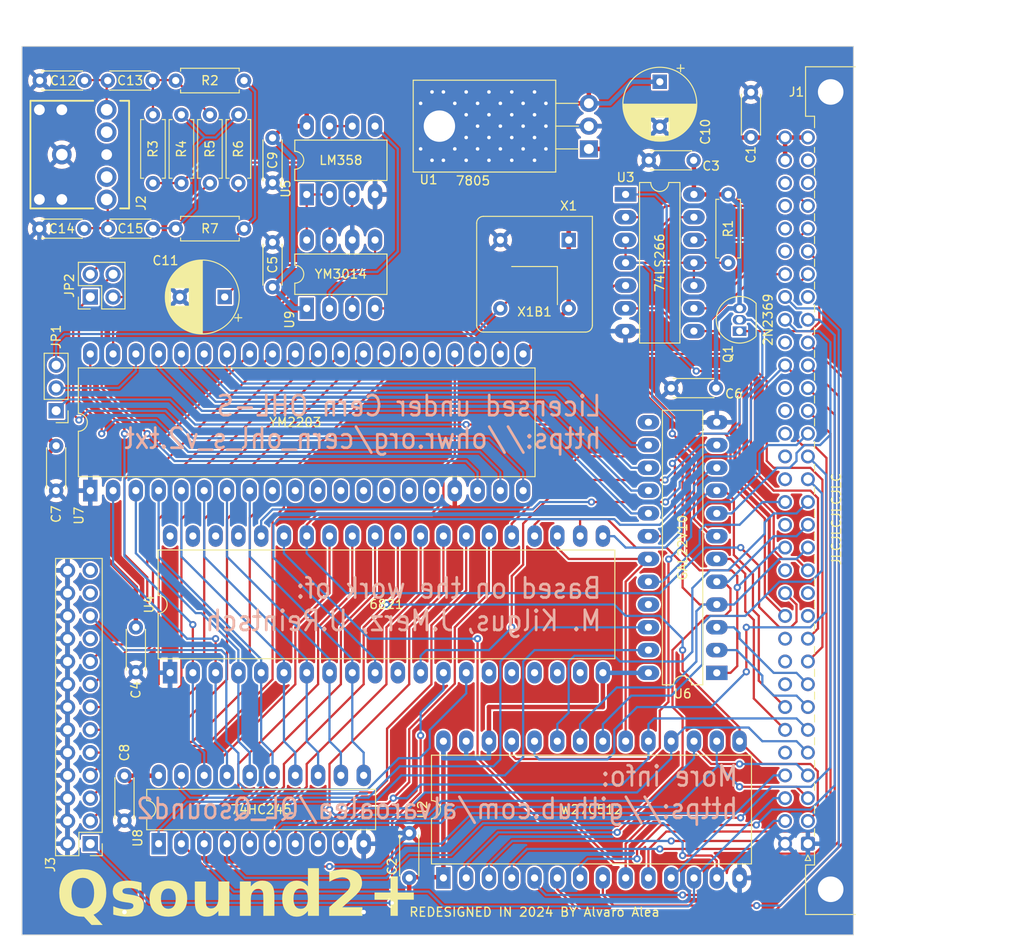
<source format=kicad_pcb>
(kicad_pcb (version 20240108) (generator "pcbnew") (generator_version "8.0")
  (title_block (title "QSound2+  for Sinclair QL") (date "2024-11-11") (rev "2") (company "Alvaro Alea Fdz"))
  (layers (0 "F.Cu" signal) (31 "B.Cu" signal) (34 "B.Paste" user) (35 "F.Paste" user) (36 "B.SilkS" user "B.Silkscreen") (37 "F.SilkS" user "F.Silkscreen") (38 "B.Mask" user) (39 "F.Mask" user) (44 "Edge.Cuts" user))
  (net 0 "")
  (net 1 "+9V")
  (net 2 "GND")
  (net 3 "VCC")
  (net 4 "/A19")
  (net 5 "/A18")
  (net 6 "/A17")
  (net 7 "/A16")
  (net 8 "/A14")
  (net 9 "/A13")
  (net 10 "/A12")
  (net 11 "/A11")
  (net 12 "/A10")
  (net 13 "/A9")
  (net 14 "/A8")
  (net 15 "/A7")
  (net 16 "/A6")
  (net 17 "/A5")
  (net 18 "/A4")
  (net 19 "/A3")
  (net 20 "/SP3")
  (net 21 "/VPA")
  (net 22 "/E")
  (net 23 "/RESET")
  (net 24 "/D0")
  (net 25 "/WRL")
  (net 26 "/DS")
  (net 27 "/A15")
  (net 28 "/SP0")
  (net 29 "/SP1")
  (net 30 "/DSMC")
  (net 31 "/A0")
  (net 32 "/A1")
  (net 33 "/A2")
  (net 34 "/SP2")
  (net 35 "/P_Strobe")
  (net 44 "/P_Busy")
  (net 45 "/CS2{slash}OE")
  (net 56 "Net-(U5A-+)")
  (net 60 "/IOB0")
  (net 61 "Net-(JP1-C)")
  (net 62 "/DSMC'")
  (net 63 "/IOB1")
  (net 64 "/IOB2")
  (net 65 "/IOB3")
  (net 66 "/IOB4")
  (net 67 "/IOB5")
  (net 68 "/IOB6")
  (net 69 "/IOB7")
  (net 70 "/MEM_SEL")
  (net 71 "/CH_A")
  (net 72 "/CH_B")
  (net 73 "/CH_C")
  (net 74 "Net-(C12-Pad1)")
  (net 75 "/BDIR")
  (net 76 "/BC1")
  (net 77 "/PA7")
  (net 78 "/PA6")
  (net 79 "/PA5")
  (net 80 "/PA4")
  (net 81 "/PA3")
  (net 82 "/PA2")
  (net 83 "/PA1")
  (net 84 "/PA0")
  (net 85 "Net-(C14-Pad1)")
  (net 86 "Net-(C13-Pad1)")
  (net 87 "Net-(C15-Pad1)")
  (net 93 "Net-(JP2-Pin_3)")
  (net 94 "Net-(JP1-B)")
  (net 95 "Net-(JP2-Pin_2)")
  (net 96 "Net-(U5B--)")
  (net 97 "/YM_CS")
  (net 99 "/YM_W")
  (net 100 "/YM_R")
  (net 102 "/YM_A0")
  (net 103 "/245_DIR")
  (net 104 "/245_CS")
  (net 105 "/D3")
  (net 106 "/D4")
  (net 107 "/D5")
  (net 108 "/D6")
  (net 109 "/D7")
  (net 110 "/D2")
  (net 111 "/D1")
  (net 120 "Net-(U5A--)")
  (net 121 "Net-(U5B-+)")
  (net 125 "Net-(U7-oS)")
  (net 126 "Net-(U7-OP-0)")
  (net 130 "Net-(U7-SH)")
  (footprint "Package_DIP:DIP-8_W7.62mm_LongPads" (layer "F.Cu") (at 134.62 72.39 90)
    (property "Reference" "U9")
    (property "Value" "YM3014")
  )
  (footprint "Package_DIP:DIP-40_W15.24mm_LongPads" (layer "F.Cu") (at 110.49 92.71 90)
    (property "Reference" "U7")
    (property "Value" "YM2203")
  )
  (footprint "Capacitor_THT:C_Disc_D4.3mm_W1.9mm_P5.00mm" (layer "F.Cu") (at 184.15 53.3 90)
    (property "Reference" "C1")
    (property "Value" "100n")
  )
  (footprint "Capacitor_THT:C_Disc_D4.3mm_W1.9mm_P5.00mm" (layer "F.Cu") (at 180.26 81.28 180)
    (property "Reference" "C6")
    (property "Value" "100n")
  )
  (footprint "Capacitor_THT:C_Disc_D4.3mm_W1.9mm_P5.00mm" (layer "F.Cu") (at 106.68 87.71 -90)
    (property "Reference" "C7")
    (property "Value" "100n")
  )
  (footprint "Package_TO_SOT_THT:TO-92_Inline" (layer "F.Cu") (at 182.88 74.93 90)
    (property "Reference" "Q1")
    (property "Value" "2N2369")
  )
  (footprint "Resistor_THT:R_Axial_DIN0207_L6.3mm_D2.5mm_P7.62mm_Horizontal" (layer "F.Cu") (at 127.635 46.99 180)
    (property "Reference" "R2")
    (property "Value" "15K")
  )
  (footprint "Resistor_THT:R_Axial_DIN0207_L6.3mm_D2.5mm_P7.62mm_Horizontal" (layer "F.Cu") (at 127 58.42 90)
    (property "Reference" "R6")
    (property "Value" "9,1K")
  )
  (footprint "Package_DIP:DIP-20_W7.62mm_LongPads" (layer "F.Cu") (at 118.11 132.08 90)
    (property "Reference" "U8")
    (property "Value" "74HC245")
  )
  (footprint "Connector_PinHeader_2.54mm:PinHeader_2x02_P2.54mm_Vertical" (layer "F.Cu") (at 110.49 71.125 90)
    (property "Reference" "JP2")
    (property "Value" "ABC / ACB")
  )
  (footprint "Package_DIP:DIP-8_W7.62mm_LongPads" (layer "F.Cu") (at 134.62 59.69 90)
    (property "Reference" "U5")
    (property "Value" "LM358")
  )
  (footprint "Capacitor_THT:C_Disc_D4.3mm_W1.9mm_P5.00mm" (layer "F.Cu") (at 114.3 124.5 -90)
    (property "Reference" "C8")
    (property "Value" "100n")
  )
  (footprint "Capacitor_THT:C_Disc_D4.3mm_W1.9mm_P5.00mm" (layer "F.Cu") (at 109.815 63.5 180)
    (property "Reference" "C14")
    (property "Value" "2.2")
  )
  (footprint "Capacitor_THT:C_Disc_D4.3mm_W1.9mm_P5.00mm" (layer "F.Cu") (at 146.05 135.89 90)
    (property "Reference" "C2")
    (property "Value" "100n")
  )
  (footprint "Resistor_THT:R_Axial_DIN0207_L6.3mm_D2.5mm_P7.62mm_Horizontal" (layer "F.Cu") (at 123.825 58.42 90)
    (property "Reference" "R5")
    (property "Value" "9,1K")
  )
  (footprint "Capacitor_THT:C_Disc_D4.3mm_W1.9mm_P5.00mm" (layer "F.Cu") (at 117.435 46.99 180)
    (property "Reference" "C13")
    (property "Value" "220n")
  )
  (footprint "Resistor_THT:R_Axial_DIN0207_L6.3mm_D2.5mm_P7.62mm_Horizontal" (layer "F.Cu") (at 181.61 59.69 -90)
    (property "Reference" "R1")
    (property "Value" "2k2")
  )
  (footprint "8bits:AudioJack2_Ground_Switch" (layer "F.Cu") (at 107.315 55.245)
    (property "Reference" "J2")
    (property "Value" "AudioJack2_Ground_Switch" (hide yes))
  )
  (footprint "Resistor_THT:R_Axial_DIN0207_L6.3mm_D2.5mm_P7.62mm_Horizontal" (layer "F.Cu") (at 120.65 58.42 90)
    (property "Reference" "R4")
    (property "Value" "15K")
  )
  (footprint "Capacitor_THT:C_Disc_D4.3mm_W1.9mm_P5.00mm" (layer "F.Cu") (at 130.81 53.38 -90)
    (property "Reference" "C9")
    (property "Value" "100n")
  )
  (footprint "Resistor_THT:R_Axial_DIN0207_L6.3mm_D2.5mm_P7.62mm_Horizontal" (layer "F.Cu") (at 117.475 58.42 90)
    (property "Reference" "R3")
    (property "Value" "15K")
  )
  (footprint "Connector_PinHeader_2.54mm:PinHeader_2x13_P2.54mm_Vertical" (layer "F.Cu") (at 110.49 132.08 180)
    (property "Reference" "J3")
    (property "Value" "Conn_02x17_Odd_Even")
  )
  (footprint "Capacitor_THT:C_Disc_D4.3mm_W1.9mm_P5.00mm" (layer "F.Cu") (at 115.57 107.95 -90)
    (property "Reference" "C4")
    (property "Value" "100n")
  )
  (footprint "Oscillator:Oscillator_DIP-8" (layer "F.Cu") (at 163.83 64.77 180)
    (property "Reference" "X1")
    (property "Value" "4Mhz")
  )
  (footprint "Capacitor_THT:CP_Radial_D8.0mm_P5.00mm" (layer "F.Cu") (at 125.476 71.12 180)
    (property "Reference" "C11")
    (property "Value" "100uF 16V")
  )
  (footprint "Package_DIP:DIP-14_W7.62mm_LongPads" (layer "F.Cu") (at 170.17 59.685)
    (property "Reference" "U3")
    (property "Value" "74LS266")
  )
  (footprint "Capacitor_THT:C_Disc_D4.3mm_W1.9mm_P5.00mm" (layer "F.Cu") (at 117.475 63.5 180)
    (property "Reference" "C15")
    (property "Value" "220n")
  )
  (footprint "Capacitor_THT:CP_Radial_D8.0mm_P5.00mm" (layer "F.Cu") (at 173.99 47.127349 -90)
    (property "Reference" "C10")
    (property "Value" "100uF 16V")
  )
  (footprint "Resistor_THT:R_Axial_DIN0207_L6.3mm_D2.5mm_P7.62mm_Horizontal" (layer "F.Cu") (at 127.635 63.5 180)
    (property "Reference" "R7")
    (property "Value" "15K")
  )
  (footprint "Connector_PinHeader_2.54mm:PinHeader_1x03_P2.54mm_Vertical" (layer "F.Cu") (at 106.68 83.805 180)
    (property "Reference" "JP1")
    (property "Value" "Jumper_3_Open")
  )
  (footprint "Package_TO_SOT_THT:TO-220-3_Horizontal_TabDown" (layer "F.Cu") (at 166.075 54.61 90)
    (property "Reference" "U1")
    (property "Value" "7805")
  )
  (footprint "Capacitor_THT:C_Disc_D4.3mm_W1.9mm_P5.00mm" (layer "F.Cu") (at 109.855 46.99 180)
    (property "Reference" "C12")
    (property "Value" "2.2")
  )
  (footprint "Capacitor_THT:C_Disc_D4.3mm_W1.9mm_P5.00mm" (layer "F.Cu") (at 177.76 55.88 180)
    (property "Reference" "C3")
    (property "Value" "100n")
  )
  (footprint "Package_DIP:DIP-24_W7.62mm_LongPads" (layer "F.Cu") (at 180.34 113.03 180)
    (property "Reference" "U6")
    (property "Value" "GAL22V10")
  )
  (footprint "8bits:DIN41612_B_2x32_Female_Horizontal_THT" (layer "F.Cu") (at 190.5 132.08 -90)
    (property "Reference" "J1")
    (property "Value" "QL_SLOT_DIN41612_CARD")
  )
  (footprint "Oscillator:Oscillator_SMD_Abracon_ASE-4Pin_3.2x2.5mm_HandSoldering" (layer "F.Cu") (at 160.02 69.85 180)
    (property "Reference" "X1B1")
    (property "Value" "4Mhz")
  )
  (footprint "Package_DIP:DIP-28_W15.24mm_LongPads" (layer "F.Cu") (at 149.86 135.89 90)
    (property "Reference" "U2")
    (property "Value" "W27C512")
  )
  (footprint "Capacitor_THT:C_Disc_D4.3mm_W1.9mm_P5.00mm" (layer "F.Cu") (at 130.81 70.024 90)
    (property "Reference" "C5")
    (property "Value" "100n")
  )
  (footprint "Package_DIP:DIP-40_W15.24mm_LongPads" (layer "F.Cu") (at 119.385 113.01 90)
    (property "Reference" "U4")
    (property "Value" "6821")
  )
  (gr_rect (start 102.87 43.18) (end 195.58 142.24) (stroke (width 0.1)) (fill none) (layer "Edge.Cuts"))
  (gr_text "More info:\nhttps://github.com/alvaroalea/QL_Qsound2" (at 182.88 126.365 0) (layer "B.SilkS") (effects (font (size 2.25 2) (thickness 0.3)) (justify left mirror)))
  (gr_text "Based on the work of:\nM. Kilgus, J.Merz, U.Reintsch\n" (at 167.64 105.41 0) (layer "B.SilkS") (effects (font (size 2.25 2) (thickness 0.3)) (justify left mirror)))
  (gr_text "Licensed under Cern OHL-S\nhttps://ohwr.org/cern_ohl_s_v2.txt" (at 167.64 85.09 0) (layer "B.SilkS") (effects (font (size 2.25 2) (thickness 0.3)) (justify left mirror)))
  (gr_text "REDESIGNED IN 2024 BY Alvaro Alea\n" (at 160.02 139.7 0) (layer "F.SilkS") (effects (font (size 1 1))))
  (gr_text "Qsound2+" (at 106.68 140.97 0) (layer "F.SilkS") (effects (font (size 5 5) (thickness 1) (bold yes) (italic yes)) (justify left bottom)))
  (gr_text "JLCJLCJLCJLC" (at 193.675 95.885 90) (layer "F.SilkS") (effects (font (size 1 1))))
  (segment (start 187.96 53.34) (end 184.15 53.34) (width 0.5) (layer "F.Cu") (net 1))
  (segment (start 187.96 55.88) (end 187.96 53.34) (width 0.5) (layer "F.Cu") (net 1))
  (segment (start 190.5 53.34) (end 187.96 53.34) (width 0.5) (layer "F.Cu") (net 1))
  (segment (start 179.07 49.53) (end 182.88 53.34) (width 0.5) (layer "F.Cu") (net 1))
  (segment (start 182.88 53.34) (end 184.15 53.34) (width 0.5) (layer "F.Cu") (net 1))
  (segment (start 167.64 54.61) (end 172.72 49.53) (width 0.5) (layer "F.Cu") (net 1))
  (segment (start 166.075 54.61) (end 167.64 54.61) (width 0.5) (layer "F.Cu") (net 1))
  (segment (start 172.72 49.53) (end 179.07 49.53) (width 0.5) (layer "F.Cu") (net 1))
  (segment (start 158.645 68.75) (end 158.645 66.78) (width 0.5) (layer "F.Cu") (net 2))
  (segment (start 113.03 130.81) (end 114.3 132.08) (width 0.5) (layer "F.Cu") (net 2))
  (segment (start 114.3 132.08) (end 114.3 139.7) (width 0.5) (layer "F.Cu") (net 2))
  (segment (start 114.3 129.5) (end 113.03 130.77) (width 0.5) (layer "F.Cu") (net 2))
  (segment (start 140.97 132.08) (end 140.97 139.7) (width 0.5) (layer "F.Cu") (net 2))
  (segment (start 158.22 66.78) (end 156.21 64.77) (width 0.5) (layer "F.Cu") (net 2))
  (segment (start 158.645 66.78) (end 158.22 66.78) (width 0.5) (layer "F.Cu") (net 2))
  (segment (start 113.03 130.77) (end 113.03 130.81) (width 0.5) (layer "F.Cu") (net 2))
  (via (at 148.59 48.26) (size 0.8) (drill 0.4) (layers "F.Cu" "B.Cu") (net 2))
  (via (at 152.4 48.26) (size 0.8) (drill 0.4) (layers "F.Cu" "B.Cu") (net 2))
  (via (at 149.86 48.26) (size 0.8) (drill 0.4) (layers "F.Cu" "B.Cu") (net 2))
  (via (at 148.59 55.88) (size 0.8) (drill 0.4) (layers "F.Cu" "B.Cu") (net 2))
  (via (at 154.94 50.8) (size 0.8) (drill 0.4) (layers "F.Cu" "B.Cu") (net 2))
  (via (at 157.48 53.34) (size 0.8) (drill 0.4) (layers "F.Cu" "B.Cu") (net 2))
  (via (at 160.02 53.34) (size 0.8) (drill 0.4) (layers "F.Cu" "B.Cu") (net 2))
  (via (at 161.29 52.07) (size 0.8) (drill 0.4) (layers "F.Cu" "B.Cu") (net 2))
  (via (at 152.4 53.34) (size 0.8) (drill 0.4) (layers "F.Cu" "B.Cu") (net 2))
  (via (at 156.21 52.07) (size 0.8) (drill 0.4) (layers "F.Cu" "B.Cu") (net 2))
  (via (at 158.75 52.07) (size 0.8) (drill 0.4) (layers "F.Cu" "B.Cu") (net 2))
  (via (at 154.94 53.34) (size 0.8) (drill 0.4) (layers "F.Cu" "B.Cu") (net 2))
  (via (at 151.13 54.61) (size 0.8) (drill 0.4) (layers "F.Cu" "B.Cu") (net 2))
  (via (at 154.94 48.26) (size 0.8) (drill 0.4) (layers "F.Cu" "B.Cu") (net 2))
  (via (at 149.86 55.88) (size 0.8) (drill 0.4) (layers "F.Cu" "B.Cu") (net 2))
  (via (at 152.4 50.8) (size 0.8) (drill 0.4) (layers "F.Cu" "B.Cu") (net 2))
  (via (at 154.94 55.88) (size 0.8) (drill 0.4) (layers "F.Cu" "B.Cu") (net 2))
  (via (at 157.48 48.26) (size 0.8) (drill 0.4) (layers "F.Cu" "B.Cu") (net 2))
  (via (at 156.21 54.61) (size 0.8) (drill 0.4) (layers "F.Cu" "B.Cu") (net 2))
  (via (at 147.32 54.61) (size 0.8) (drill 0.4) (layers "F.Cu" "B.Cu") (net 2))
  (via (at 147.32 49.53) (size 0.8) (drill 0.4) (layers "F.Cu" "B.Cu") (net 2))
  (via (at 160.02 48.26) (size 0.8) (drill 0.4) (layers "F.Cu" "B.Cu") (net 2))
  (via (at 157.48 50.8) (size 0.8) (drill 0.4) (layers "F.Cu" "B.Cu") (net 2))
  (via (at 161.29 49.53) (size 0.8) (drill 0.4) (layers "F.Cu" "B.Cu") (net 2))
  (via (at 156.21 49.53) (size 0.8) (drill 0.4) (layers "F.Cu" "B.Cu") (net 2))
  (via (at 152.4 55.88) (size 0.8) (drill 0.4) (layers "F.Cu" "B.Cu") (net 2))
  (via (at 140.97 139.7) (size 1) (drill 0.5) (layers "F.Cu" "B.Cu") (net 2))
  (via (at 160.02 50.8) (size 0.8) (drill 0.4) (layers "F.Cu" "B.Cu") (net 2))
  (via (at 161.29 54.61) (size 0.8) (drill 0.4) (layers "F.Cu" "B.Cu") (net 2))
  (via (at 114.3 139.7) (size 1) (drill 0.5) (layers "F.Cu" "B.Cu") (net 2))
  (via (at 153.67 49.53) (size 0.8) (drill 0.4) (layers "F.Cu" "B.Cu") (net 2))
  (via (at 157.48 55.88) (size 0.8) (drill 0.4) (layers "F.Cu" "B.Cu") (net 2))
  (via (at 153.67 54.61) (size 0.8) (drill 0.4) (layers "F.Cu" "B.Cu") (net 2))
  (via (at 158.75 54.61) (size 0.8) (drill 0.4) (layers "F.Cu" "B.Cu") (net 2))
  (via (at 151.13 49.53) (size 0.8) (drill 0.4) (layers "F.Cu" "B.Cu") (net 2))
  (via (at 153.67 52.07) (size 0.8) (drill 0.4) (layers "F.Cu" "B.Cu") (net 2))
  (via (at 158.75 49.53) (size 0.8) (drill 0.4) (layers "F.Cu" "B.Cu") (net 2))
  (via (at 160.02 55.88) (size 0.8) (drill 0.4) (layers "F.Cu" "B.Cu") (net 2))
  (segment (start 107.95 139.7) (end 107.95 132.08) (width 0.5) (layer "B.Cu") (net 2))
  (segment (start 105.41 57.607) (end 106.223 58.42) (width 0.5) (layer "B.Cu") (net 2))
  (segment (start 129.54 56.896) (end 129.54 46.99) (width 0.5) (layer "B.Cu") (net 2))
  (segment (start 107.315 55.1877) (end 105.41 57.0927) (width 0.5) (layer "B.Cu") (net 2))
  (segment (start 115.57 140.97) (end 142.24 140.97) (width 0.5) (layer "B.Cu") (net 2))
  (segment (start 118.19 115.57) (end 115.57 112.95) (width 0.5) (layer "B.Cu") (net 2))
  (segment (start 176.53 85.09) (end 176.53 82.55) (width 0.5) (layer "B.Cu") (net 2))
  (segment (start 107.95 116.84) (end 107.95 114.3) (width 0.5) (layer "B.Cu") (net 2))
  (segment (start 104.815 46.9327) (end 107.298 44.45) (width 0.5) (layer "B.Cu") (net 2))
  (segment (start 166.075 52.07) (end 170.815 52.07) (width 0.5) (layer "B.Cu") (net 2))
  (segment (start 175.514 59.055) (end 175.768 59.309) (width 0.5) (layer "B.Cu") (net 2))
  (segment (start 104.14 95.25) (end 104.14 101.6) (width 0.5) (layer "B.Cu") (net 2))
  (segment (start 174.752 57.785) (end 175.514 58.547) (width 0.5) (layer "B.Cu") (net 2))
  (segment (start 107.95 132.08) (end 107.95 129.54) (width 0.5) (layer "B.Cu") (net 2))
  (segment (start 132.08 44.45) (end 142.24 44.45) (width 0.5) (layer "B.Cu") (net 2))
  (segment (start 107.298 44.45) (end 132.08 44.45) (width 0.5) (layer "B.Cu") (net 2))
  (segment (start 175.26 81.28) (end 176.53 82.55) (width 0.5) (layer "B.Cu") (net 2))
  (segment (start 166.075 52.07) (end 164.465 52.07) (width 0.5) (layer "B.Cu") (net 2))
  (segment (start 130.81 58.38) (end 129.54 59.65) (width 0.5) (layer "B.Cu") (net 2))
  (segment (start 182.325 50.165) (end 175.952146 50.165) (width 0.5) (layer "B.Cu") (net 2))
  (segment (start 129.54 63.754) (end 130.81 65.024) (width 0.5) (layer "B.Cu") (net 2))
  (segment (start 105.41 57.0927) (end 105.41 57.607) (width 0.5) (layer "B.Cu") (net 2))
  (segment (start 129.433 57.003) (end 129.54 56.896) (width 0.5) (layer "B.Cu") (net 2))
  (segment (start 106.68 92.71) (end 104.14 95.25) (width 0.5) (layer "B.Cu") (net 2))
  (segment (start 154.94 44.45) (end 159.258 44.45) (width 0.5) (layer "B.Cu") (net 2))
  (segment (start 106.68 92.71) (end 109.22 90.17) (width 0.5) (layer "B.Cu") (net 2))
  (segment (start 107.95 104.14) (end 107.95 101.6) (width 0.5) (layer "B.Cu") (net 2))
  (segment (start 109.22 140.97) (end 107.95 139.7) (width 0.5) (layer "B.Cu") (net 2))
  (segment (start 142.955 132.08) (end 144.145 130.89) (width 0.5) (layer "B.Cu") (net 2))
  (segment (start 171.45 54.61) (end 172.72 55.88) (width 0.5) (layer "B.Cu") (net 2))
  (segment (start 106.223 62.0349) (end 104.815 63.4427) (width 0.5) (layer "B.Cu") (net 2))
  (segment (start 142.24 140.97) (end 140.97 139.7) (width 0.5) (layer "B.Cu") (net 2))
  (segment (start 104.815 63.4427) (end 104.815 90.845) (width 0.5) (layer "B.Cu") (net 2))
  (segment (start 105.4673 53.34) (end 105.4673 52.8257) (width 0.5) (layer "B.Cu") (net 2))
  (segment (start 123.016 68.58) (end 127.254 68.58) (width 0.5) (layer "B.Cu") (net 2))
  (segment (start 173.99 52.1273) (end 171.5073 54.61) (width 0.5) (layer "B.Cu") (net 2))
  (segment (start 115.57 118.745) (end 115.57 128.23) (width 0.5) (layer "B.Cu") (net 2))
  (segment (start 171.45 57.15) (end 171.45 57.785) (width 0.5) (layer "B.Cu") (net 2))
  (segment (start 171.45 57.785) (end 174.752 57.785) (width 0.5) (layer "B.Cu") (net 2))
  (segment (start 120.476 71.12) (end 123.016 68.58) (width 0.5) (layer "B.Cu") (net 2))
  (segment (start 106.223 52.07) (end 106.223 48.3405) (width 0.5) (layer "B.Cu") (net 2))
  (segment (start 105.4673 52.8257) (end 106.223 52.07) (width 0.5) (layer "B.Cu") (net 2))
  (segment (start 142.24 44.45) (end 154.94 44.45) (width 0.5) (layer "B.Cu") (net 2))
  (segment (start 164.465 52.07) (end 163.83 52.07) (width 0.5) (layer "B.Cu") (net 2))
  (segment (start 109.22 90.17) (end 110.49 90.17) (width 0.5) (layer "B.Cu") (net 2))
  (segment (start 107.95 111.76) (end 107.95 109.22) (width 0.5) (layer "B.Cu") (net 2))
  (segment (start 172.72 55.88) (end 171.45 57.15) (width 0.5) (layer "B.Cu") (net 2))
  (segment (start 190.5 132.08) (end 190.5 133.985) (width 0.5) (layer "B.Cu") (net 2))
  (segment (start 170.815 52.07) (end 172.373943 50.511057) (width 0.5) (layer "B.Cu") (net 2))
  (segment (start 115.57 140.97) (end 109.22 140.97) (width 0.5) (layer "B.Cu") (net 2))
  (segment (start 182.88 135.89) (end 182.88 138.43) (width 0.5) (layer "B.Cu") (net 2))
  (segment (start 129.54 46.99) (end 132.08 44.45) (width 0.5) (layer "B.Cu") (net 2))
  (segment (start 182.88 138.43) (end 180.34 140.97) (width 0.5) (layer "B.Cu") (net 2))
  (segment (start 180.34 85.09) (end 176.53 85.09) (width 0.5) (layer "B.Cu") (net 2))
  (segment (start 106.223 48.3405) (end 104.815 46.9327) (width 0.5) (layer "B.Cu") (net 2))
  (segment (start 184.15 135.89) (end 182.88 135.89) (width 0.5) (layer "B.Cu") (net 2))
  (segment (start 179.197 79.883) (end 176.53 82.55) (width 0.5) (layer "B.Cu") (net 2))
  (segment (start 175.768 75.565) (end 179.197 78.994) (width 0.5) (layer "B.Cu") (net 2))
  (segment (start 156.21 64.77) (end 163.83 57.15) (width 0.5) (layer "B.Cu") (net 2))
  (segment (start 107.95 129.54) (end 107.95 127) (width 0.5) (layer "B.Cu") (net 2))
  (segment (start 107.95 121.92) (end 107.95 119.38) (width 0.5) (layer "B.Cu") (net 2))
  (segment (start 115.57 140.97) (end 114.3 139.7) (width 0.5) (layer "B.Cu") (net 2))
  (segment (start 179.197 78.994) (end 179.197 79.883) (width 0.5) (layer "B.Cu") (net 2))
  (segment (start 107.315 55.1877) (end 105.4673 53.34) (width 0.5) (layer "B.Cu") (net 2))
  (segment (start 107.95 124.46) (end 107.95 121.92) (width 0.5) (layer "B.Cu") (net 2))
  (segment (start 190.5 133.985) (end 188.595 135.89) (width 0.5) (layer "B.Cu") (net 2))
  (segment (start 107.95 106.68) (end 107.95 104.14) (width 0.5) (layer "B.Cu") (net 2))
  (segment (start 119.38 113.03) (end 119.38 115.57) (width 0.5) (layer "B.Cu") (net 2))
  (segment (start 163.068 48.26) (end 163.068 51.308) (width 0.5) (layer "B.Cu") (net 2))
  (segment (start 146.05 130.89) (end 144.145 130.89) (width 0.5) (layer "B.Cu") (net 2))
  (segment (start 129.54 59.65) (end 129.54 63.754) (width 0.5) (layer "B.Cu") (net 2))
  (segment (start 171.5073 54.61) (end 171.45 54.61) (width 0.5) (layer "B.Cu") (net 2))
  (segment (start 175.514 58.547) (end 175.514 59.055) (width 0.5) (layer "B.Cu") (net 2))
  (segment (start 119.38 115.57) (end 118.19 115.57) (width 0.5) (layer "B.Cu") (net 2))
  (segment (start 127.254 68.58) (end 130.81 65.024) (width 0.5) (layer "B.Cu") (net 2))
  (segment (start 184.15 48.34) (end 182.325 50.165) (width 0.5) (layer "B.Cu") (net 2))
  (segment (start 186.055 133.985) (end 184.15 135.89) (width 0.5) (layer "B.Cu") (net 2))
  (segment (start 106.223 58.42) (end 106.223 62.0349) (width 0.5) (layer "B.Cu") (net 2))
  (segment (start 142.24 140.97) (end 180.34 140.97) (width 0.5) (layer "B.Cu") (net 2))
  (segment (start 107.95 109.22) (end 107.95 106.68) (width 0.5) (layer "B.Cu") (net 2))
  (segment (start 175.952146 50.165) (end 173.99 52.1273) (width 0.5) (layer "B.Cu") (net 2))
  (segment (start 163.068 51.308) (end 163.83 52.07) (width 0.5) (layer "B.Cu") (net 2))
  (segment (start 107.95 127) (end 107.95 124.46) (width 0.5) (layer "B.Cu") (net 2))
  (segment (start 115.57 118.19) (end 115.57 118.745) (width 0.5) (layer "B.Cu") (net 2))
  (segment (start 172.373943 50.511057) (end 173.99 52.1273) (width 0.5) (layer "B.Cu") (net 2))
  (segment (start 118.19 115.57) (end 115.57 118.19) (width 0.5) (layer "B.Cu") (net 2))
  (segment (start 188.595 135.89) (end 184.15 135.89) (width 0.5) (layer "B.Cu") (net 2))
  (segment (start 104.14 101.6) (end 107.95 101.6) (width 0.5) (layer "B.Cu") (net 2))
  (segment (start 140.97 132.08) (end 142.955 132.08) (width 0.5) (layer "B.Cu") (net 2))
  (segment (start 110.49 90.17) (end 110.49 92.71) (width 0.5) (layer "B.Cu") (net 2))
  (segment (start 175.768 59.309) (end 175.768 75.565) (width 0.5) (layer "B.Cu") (net 2))
  (segment (start 115.57 128.23) (end 114.3 129.5) (width 0.5) (layer "B.Cu") (net 2))
  (segment (start 159.258 44.45) (end 163.068 48.26) (width 0.5) (layer "B.Cu") (net 2))
  (segment (start 163.83 57.15) (end 163.83 52.07) (width 0.5) (layer "B.Cu") (net 2))
  (segment (start 107.95 114.3) (end 107.95 111.76) (width 0.5) (layer "B.Cu") (net 2))
  (segment (start 107.95 119.38) (end 107.95 116.84) (width 0.5) (layer "B.Cu") (net 2))
  (segment (start 104.815 90.845) (end 106.68 92.71) (width 0.5) (layer "B.Cu") (net 2))
  (segment (start 187.96 132.08) (end 186.055 133.985) (width 0.5) (layer "B.Cu") (net 2))
  (segment (start 130.81 58.38) (end 129.433 57.003) (width 0.5) (layer "B.Cu") (net 2))
  (segment (start 149.86 120.65) (end 149.86 135.89) (width 0.5) (layer "F.Cu") (net 3))
  (segment (start 116.205 126.405) (end 114.3 124.5) (width 0.5) (layer "F.Cu") (net 3))
  (segment (start 105.728 97.4725) (end 104.815 96.56) (width 0.5) (layer "F.Cu") (net 3))
  (segment (start 163.66 68.75) (end 163.83 68.58) (width 0.5) (layer "F.Cu") (net 3))
  (segment (start 134.62 47.625) (end 137.16 45.085) (width 0.5) (layer "F.Cu") (net 3))
  (segment (start 114.3 124.5) (end 118.07 124.5) (width 0.5) (layer "F.Cu") (net 3))
  (segment (start 107.315 62.865) (end 107.315 64.135) (width 0.5) (layer "F.Cu") (net 3))
  (segment (start 161.395 68.75) (end 163.66 68.75) (width 0.5) (layer "F.Cu") (net 3))
  (segment (start 154.94 120.65) (end 154.94 116.84) (width 0.5) (layer "F.Cu") (net 3))
  (segment (start 163.83 50.546) (end 163.83 57.7825) (width 0.5) (layer "F.Cu") (net 3))
  (segment (start 137.16 45.085) (end 164.465 45.085) (width 0.5) (layer "F.Cu") (net 3))
  (segment (start 117.475 140.97) (end 145.415 140.97) (width 0.5) (layer "F.Cu") (net 3))
  (segment (start 146.05 140.335) (end 146.05 135.89) (width 0.5) (layer "F.Cu") (net 3))
  (segment (start 163.83 57.7825) (end 163.83 61.722) (width 0.5) (layer "F.Cu") (net 3))
  (segment (start 104.775 66.675) (end 104.775 85.805) (width 0.5) (layer "F.Cu") (net 3))
  (segment (start 117.475 140.97) (end 116.205 139.7) (width 0.5) (layer "F.Cu") (net 3))
  (segment (start 117.475 140.97) (end 107.95 140.97) (width 0.5) (layer "F.Cu") (net 3))
  (segment (start 177.79 57.8606) (end 177.79 55.95) (width 0.5) (layer "F.Cu") (net 3))
  (segment (start 107.95 48.26) (end 109.855 50.165) (width 0.5) (layer "F.Cu") (net 3))
  (segment (start 109.855 97.79) (end 106.045 97.79) (width 0.5) (layer "F.Cu") (net 3))
  (segment (start 107.95 140.97) (end 104.815 137.835) (width 0.5) (layer "F.Cu") (net 3))
  (segment (start 115.57 103.505) (end 109.855 97.79) (width 0.5) (layer "F.Cu") (net 3))
  (segment (start 163.83 72.39) (end 158.75 77.47) (width 0.5) (layer "F.Cu") (net 3))
  (segment (start 177.79 59.685) (end 177.79 57.8606) (width 0.5) (layer "F.Cu") (net 3))
  (segment (start 104.815 137.835) (end 104.815 96.56) (width 0.5) (layer "F.Cu") (net 3))
  (segment (start 134.62 52.07) (end 132.12 52.07) (width 0.5) (layer "F.Cu") (net 3))
  (segment (start 109.855 50.165) (end 109.855 60.325) (width 0.5) (layer "F.Cu") (net 3))
  (segment (start 109.855 60.325) (end 107.315 62.865) (width 0.5) (layer "F.Cu") (net 3))
  (segment (start 166.075 49.53) (end 164.846 49.53) (width 0.5) (layer "F.Cu") (net 3))
  (segment (start 163.83 68.58) (end 163.83 71.12) (width 0.5) (layer "F.Cu") (net 3))
  (segment (start 167.64 116.84) (end 167.64 113.03) (width 0.5) (layer "F.Cu") (net 3))
  (segment (start 146.05 135.81) (end 149.78 135.81) (width 0.5) (layer "F.Cu") (net 3))
  (segment (start 177.79 57.8606) (end 177.5745 57.6451) (width 0.5) (layer "F.Cu") (net 3))
  (segment (start 163.9674 57.6451) (end 163.83 57.7825) (width 0.5) (layer "F.Cu") (net 3))
  (segment (start 154.94 116.84) (end 167.64 116.84) (width 0.5) (layer "F.Cu") (net 3))
  (segment (start 177.5745 57.6451) (end 163.9674 57.6451) (width 0.5) (layer "F.Cu") (net 3))
  (segment (start 137.16 45.085) (end 109.22 45.085) (width 0.5) (layer "F.Cu") (net 3))
  (segment (start 104.815 96.56) (end 104.815 89.575) (width 0.5) (layer "F.Cu") (net 3))
  (segment (start 115.57 107.95) (end 115.57 103.505) (width 0.5) (layer "F.Cu") (net 3))
  (segment (start 104.775 85.805) (end 106.68 87.71) (width 0.5) (layer "F.Cu") (net 3))
  (segment (start 161.395 70.95) (end 163.66 70.95) (width 0.5) (layer "F.Cu") (net 3))
  (segment (start 134.62 52.07) (end 134.62 47.625) (width 0.5) (layer "F.Cu") (net 3))
  (segment (start 163.703 61.595) (end 163.83 61.722) (width 0.5) (layer "F.Cu") (net 3))
  (segment (start 145.415 140.97) (end 146.05 140.335) (width 0.5) (layer "F.Cu") (net 3))
  (segment (start 163.83 71.12) (end 163.83 72.39) (width 0.5) (layer "F.Cu") (net 3))
  (segment (start 104.815 89.575) (end 106.68 87.71) (width 0.5) (layer "F.Cu") (net 3))
  (segment (start 109.22 45.085) (end 107.95 46.355) (width 0.5) (layer "F.Cu") (net 3))
  (segment (start 163.66 70.95) (end 163.83 71.12) (width 0.5) (layer "F.Cu") (net 3))
  (segment (start 166.075 49.53) (end 166.075 46.695) (width 0.5) (layer "F.Cu") (net 3))
  (segment (start 181.61 59.69) (end 177.795 59.69) (width 0.5) (layer "F.Cu") (net 3))
  (segment (start 164.846 49.53) (end 163.83 50.546) (width 0.5) (layer "F.Cu") (net 3))
  (segment (start 107.315 64.135) (end 104.775 66.675) (width 0.5) (layer "F.Cu") (net 3))
  (segment (start 132.12 52.07) (end 130.81 53.38) (width 0.5) (layer "F.Cu") (net 3))
  (segment (start 106.045 97.79) (end 105.728 97.4725) (width 0.5) (layer "F.Cu") (net 3))
  (segment (start 163.83 61.722) (end 163.83 68.58) (width 0.5) (layer "F.Cu") (net 3))
  (segment (start 166.075 46.695) (end 164.465 45.085) (width 0.5) (layer "F.Cu") (net 3))
  (segment (start 107.95 46.355) (end 107.95 48.26) (width 0.5) (layer "F.Cu") (net 3))
  (segment (start 116.205 139.7) (end 116.205 126.405) (width 0.5) (layer "F.Cu") (net 3))
  (segment (start 172.72 113.03) (end 167.64 113.03) (width 0.5) (layer "B.Cu") (net 3))
  (segment (start 149.86 120.65) (end 149.86 122.555) (width 0.5) (layer "B.Cu") (net 3))
  (segment (start 133.096 55.666) (end 130.81 53.38) (width 0.5) (layer "B.Cu") (net 3))
  (segment (start 182.88 60.96) (end 182.88 72.39) (width 0.5) (layer "B.Cu") (net 3))
  (segment (start 152.4 122.555) (end 154.94 122.555) (width 0.5) (layer "B.Cu") (net 3))
  (segment (start 154.94 122.555) (end 154.94 120.65) (width 0.5) (layer "B.Cu") (net 3))
  (segment (start 152.4 122.555) (end 152.4 120.65) (width 0.5) (layer "B.Cu") (net 3))
  (segment (start 181.63 72.39) (end 182.88 72.39) (width 0.5) (layer "B.Cu") (net 3))
  (segment (start 149.86 122.555) (end 152.4 122.555) (width 0.5) (layer "B.Cu") (net 3))
  (segment (start 180.26 81.28) (end 180.26 73.76) (width 0.5) (layer "B.Cu") (net 3))
  (segment (start 180.26 73.76) (end 181.63 72.39) (width 0.5) (layer "B.Cu") (net 3))
  (segment (start 134.62 72.39) (end 133.176 72.39) (width 0.5) (layer "B.Cu") (net 3))
  (segment (start 133.176 72.39) (end 130.81 70.024) (width 0.5) (layer "B.Cu") (net 3))
  (segment (start 173.99 47.1273) (end 170.815 47.1273) (width 0.5) (layer "B.Cu") (net 3))
  (segment (start 181.61 59.69) (end 182.88 60.96) (width 0.5) (layer "B.Cu") (net 3))
  (segment (start 168.4123 49.53) (end 170.815 47.1273) (width 0.5) (layer "B.Cu") (net 3))
  (segment (start 130.81 70.024) (end 133.096 67.738) (width 0.5) (layer "B.Cu") (net 3))
  (segment (start 133.096 67.738) (end 133.096 55.666) (width 0.5) (layer "B.Cu") (net 3))
  (segment (start 166.075 49.53) (end 168.4123 49.53) (width 0.5) (layer "B.Cu") (net 3))
  (segment (start 190.5 116.84) (end 189.23 115.57) (width 0.25) (layer "B.Cu") (net 4))
  (segment (start 185.42 113.3501) (end 182.5599 110.49) (width 0.25) (layer "B.Cu") (net 4))
  (segment (start 189.23 115.57) (end 186.69 115.57) (width 0.25) (layer "B.Cu") (net 4))
  (segment (start 186.69 115.57) (end 185.42 114.3) (width 0.25) (layer "B.Cu") (net 4))
  (segment (start 182.5599 110.49) (end 180.34 110.49) (width 0.25) (layer "B.Cu") (net 4))
  (segment (start 185.42 114.3) (end 185.42 113.3501) (width 0.25) (layer "B.Cu") (net 4))
  (segment (start 190.5 114.3) (end 189.23 113.03) (width 0.25) (layer "B.Cu") (net 5))
  (segment (start 182.88 109.22) (end 182.88 108.585) (width 0.25) (layer "B.Cu") (net 5))
  (segment (start 186.69 113.03) (end 182.88 109.22) (width 0.25) (layer "B.Cu") (net 5))
  (segment (start 189.23 113.03) (end 186.69 113.03) (width 0.25) (layer "B.Cu") (net 5))
  (segment (start 182.88 108.585) (end 182.245 107.95) (width 0.25) (layer "B.Cu") (net 5))
  (segment (start 182.245 107.95) (end 180.34 107.95) (width 0.25) (layer "B.Cu") (net 5))
  (segment (start 185.912183 80.502183) (end 185.912183 89.392183) (width 0.25) (layer "F.Cu") (net 6))
  (segment (start 192.1193 91.503665) (end 192.1193 110.1407) (width 0.25) (layer "F.Cu") (net 6))
  (segment (start 190.785635 90.17) (end 192.1193 91.503665) (width 0.25) (layer "F.Cu") (net 6))
  (segment (start 180.335 74.925) (end 185.912183 80.502183) (width 0.25) (layer "F.Cu") (net 6))
  (segment (start 185.912183 89.392183) (end 186.69 90.17) (width 0.25) (layer "F.Cu") (net 6))
  (segment (start 177.79 74.925) (end 180.335 74.925) (width 0.25) (layer "F.Cu") (net 6))
  (segment (start 192.1193 110.1407) (end 190.5 111.76) (width 0.25) (layer "F.Cu") (net 6))
  (segment (start 186.69 90.17) (end 190.785635 90.17) (width 0.25) (layer "F.Cu") (net 6))
  (segment (start 191.6243 108.0957) (end 191.6243 93.548665) (width 0.25) (layer "F.Cu") (net 7))
  (segment (start 190.785635 92.71) (end 186.69 92.71) (width 0.25) (layer "F.Cu") (net 7))
  (segment (start 184.15 80.645) (end 180.975 77.47) (width 0.25) (layer "F.Cu") (net 7))
  (segment (start 190.5 109.22) (end 191.6243 108.0957) (width 0.25) (layer "F.Cu") (net 7))
  (segment (start 168.915 69.845) (end 170.17 69.845) (width 0.25) (layer "F.Cu") (net 7))
  (segment (start 168.275 70.485) (end 168.915 69.845) (width 0.25) (layer "F.Cu") (net 7))
  (segment (start 191.6243 93.548665) (end 190.785635 92.71) (width 0.25) (layer "F.Cu") (net 7))
  (segment (start 169.545 77.47) (end 180.975 77.47) (width 0.25) (layer "F.Cu") (net 7))
  (segment (start 186.69 92.71) (end 184.15 90.17) (width 0.25) (layer "F.Cu") (net 7))
  (segment (start 169.545 77.47) (end 168.275 76.2) (width 0.25) (layer "F.Cu") (net 7))
  (segment (start 168.275 76.2) (end 168.275 70.485) (width 0.25) (layer "F.Cu") (net 7))
  (segment (start 184.15 90.17) (end 184.15 80.645) (width 0.25) (layer "F.Cu") (net 7))
  (segment (start 182.88 91.44) (end 186.69 95.25) (width 0.25) (layer "F.Cu") (net 8))
  (segment (start 180.975 79.375) (end 182.88 81.28) (width 0.25) (layer "F.Cu") (net 8))
  (segment (start 189.23 100.33) (end 190.5 101.6) (width 0.25) (layer "F.Cu") (net 8))
  (segment (start 186.69 95.25) (end 186.69 99.345635) (width 0.25) (layer "F.Cu") (net 8))
  (segment (start 178.054 79.375) (end 180.975 79.375) (width 0.25) (layer "F.Cu") (net 8))
  (segment (start 182.88 81.28) (end 182.88 91.44) (width 0.25) (layer "F.Cu") (net 8))
  (segment (start 187.674365 100.33) (end 189.23 100.33) (width 0.25) (layer "F.Cu") (net 8))
  (segment (start 186.69 99.345635) (end 187.674365 100.33) (width 0.25) (layer "F.Cu") (net 8))
  (via (at 178.054 79.375) (size 0.8) (drill 0.4) (layers "F.Cu" "B.Cu") (net 8))
  (segment (start 174.752 76.073) (end 178.054 79.375) (width 0.25) (layer "B.Cu") (net 8))
  (segment (start 170.17 59.685) (end 173.477 59.685) (width 0.25) (layer "B.Cu") (net 8))
  (segment (start 173.477 59.685) (end 174.752 60.96) (width 0.25) (layer "B.Cu") (net 8))
  (segment (start 174.752 60.96) (end 174.752 76.073) (width 0.25) (layer "B.Cu") (net 8))
  (segment (start 160.02 97.79) (end 160.02 96.52) (width 0.25) (layer "F.Cu") (net 9))
  (segment (start 165.1 95.885) (end 165.1 97.79) (width 0.25) (layer "F.Cu") (net 9))
  (segment (start 174.737 99.06) (end 171.3223 99.06) (width 0.25) (layer "F.Cu") (net 9))
  (segment (start 160.02 96.52) (end 160.655 95.885) (width 0.25) (layer "F.Cu") (net 9))
  (segment (start 160.655 95.885) (end 165.1 95.885) (width 0.25) (layer "F.Cu") (net 9))
  (segment (start 171.3223 99.06) (end 168.1473 95.885) (width 0.25) (layer "F.Cu") (net 9))
  (segment (start 176.53 103.505) (end 176.53 100.853) (width 0.25) (layer "F.Cu") (net 9))
  (segment (start 178.435 105.41) (end 176.53 103.505) (width 0.25) (layer "F.Cu") (net 9))
  (segment (start 180.34 105.41) (end 178.435 105.41) (width 0.25) (layer "F.Cu") (net 9))
  (segment (start 168.1473 95.885) (end 165.1 95.885) (width 0.25) (layer "F.Cu") (net 9))
  (segment (start 176.53 100.853) (end 174.737 99.06) (width 0.25) (layer "F.Cu") (net 9))
  (segment (start 187.325 100.33) (end 189.23 100.33) (width 0.25) (layer "B.Cu") (net 9))
  (segment (start 178.8131 105.41) (end 180.34 105.41) (width 0.25) (layer "B.Cu") (net 9))
  (segment (start 175.1735 114.6532) (end 178.0667 111.76) (width 0.25) (layer "B.Cu") (net 9))
  (segment (start 165.1 118.745) (end 169.1918 114.6532) (width 0.25) (layer "B.Cu") (net 9))
  (segment (start 178.0667 106.1564) (end 178.8131 105.41) (width 0.25) (layer "B.Cu") (net 9))
  (segment (start 182.245 105.41) (end 187.325 100.33) (width 0.25) (layer "B.Cu") (net 9))
  (segment (start 169.1918 114.6532) (end 175.1735 114.6532) (width 0.25) (layer "B.Cu") (net 9))
  (segment (start 189.23 100.33) (end 190.5 99.06) (width 0.25) (layer "B.Cu") (net 9))
  (segment (start 165.1 120.65) (end 165.1 118.745) (width 0.25) (layer "B.Cu") (net 9))
  (segment (start 178.0667 111.76) (end 178.0667 106.1564) (width 0.25) (layer "B.Cu") (net 9))
  (segment (start 180.34 105.41) (end 182.245 105.41) (width 0.25) (layer "B.Cu") (net 9))
  (segment (start 176.53 117.9659) (end 176.53 123.5226) (width 0.25) (layer "F.Cu") (net 10))
  (segment (start 179.2141 106.68) (end 175.4041 110.49) (width 0.25) (layer "F.Cu") (net 10))
  (segment (start 181.8669 106.045) (end 181.2319 106.68) (width 0.25) (layer "F.Cu") (net 10))
  (segment (start 181.8669 103.632) (end 181.8669 106.045) (width 0.25) (layer "F.Cu") (net 10))
  (segment (start 181.2319 106.68) (end 179.2141 106.68) (width 0.25) (layer "F.Cu") (net 10))
  (segment (start 175.4041 110.49) (end 175.4041 116.84) (width 0.25) (layer "F.Cu") (net 10))
  (segment (start 175.4041 116.84) (end 176.53 117.9659) (width 0.25) (layer "F.Cu") (net 10))
  (segment (start 176.53 123.5226) (end 169.2426 130.81) (width 0.25) (layer "F.Cu") (net 10))
  (segment (start 181.1049 102.87) (end 181.8669 103.632) (width 0.25) (layer "F.Cu") (net 10))
  (via (at 169.2426 130.81) (size 0.8) (drill 0.4) (layers "F.Cu" "B.Cu") (net 10))
  (segment (start 169.2426 130.81) (end 155.9531 130.81) (width 0.25) (layer "B.Cu") (net 10))
  (segment (start 186.69 97.79) (end 189.23 97.79) (width 0.25) (layer "B.Cu") (net 10))
  (segment (start 189.23 97.79) (end 190.5 96.52) (width 0.25) (layer "B.Cu") (net 10))
  (segment (start 155.9531 130.81) (end 152.4 134.3631) (width 0.25) (layer "B.Cu") (net 10))
  (segment (start 152.4 134.3631) (end 152.4 135.89) (width 0.25) (layer "B.Cu") (net 10))
  (segment (start 181.61 102.87) (end 186.69 97.79) (width 0.25) (layer "B.Cu") (net 10))
  (segment (start 180.34 102.87) (end 181.61 102.87) (width 0.25) (layer "B.Cu") (net 10))
  (segment (start 177.6147 110.6753) (end 177.6147 103.5846) (width 0.25) (layer "B.Cu") (net 11))
  (segment (start 186.69 95.25) (end 189.23 95.25) (width 0.25) (layer "B.Cu") (net 11))
  (segment (start 189.23 95.25) (end 190.5 93.98) (width 0.25) (layer "B.Cu") (net 11))
  (segment (start 181.61 101.6) (end 185.674 97.536) (width 0.25) (layer "B.Cu") (net 11))
  (segment (start 176.53 111.76) (end 177.6147 110.6753) (width 0.25) (layer "B.Cu") (net 11))
  (segment (start 169.545 111.76) (end 176.53 111.76) (width 0.25) (layer "B.Cu") (net 11))
  (segment (start 185.674 96.266) (end 185.674 97.536) (width 0.25) (layer "B.Cu") (net 11))
  (segment (start 177.6147 103.5846) (end 179.5993 101.6) (width 0.25) (layer "B.Cu") (net 11))
  (segment (start 163.83 117.475) (end 163.83 111.76) (width 0.25) (layer "B.Cu") (net 11))
  (segment (start 168.91 111.125) (end 169.545 111.76) (width 0.25) (layer "B.Cu") (net 11))
  (segment (start 163.83 111.76) (end 164.465 111.125) (width 0.25) (layer "B.Cu") (net 11))
  (segment (start 164.465 111.125) (end 168.91 111.125) (width 0.25) (layer "B.Cu") (net 11))
  (segment (start 162.56 118.745) (end 163.83 117.475) (width 0.25) (layer "B.Cu") (net 11))
  (segment (start 186.69 95.25) (end 185.674 96.266) (width 0.25) (layer "B.Cu") (net 11))
  (segment (start 179.5993 101.6) (end 181.61 101.6) (width 0.25) (layer "B.Cu") (net 11))
  (segment (start 162.56 120.65) (end 162.56 118.745) (width 0.25) (layer "B.Cu") (net 11))
  (segment (start 178.7382 112.0918) (end 178.7382 107.5472) (width 0.25) (layer "B.Cu") (net 12))
  (segment (start 192.065 101.6291) (end 192.065 93.005) (width 0.25) (layer "B.Cu") (net 12))
  (segment (start 178.7382 107.5472) (end 179.6054 106.68) (width 0.25) (layer "B.Cu") (net 12))
  (segment (start 167.64 120.65) (end 167.64 118.745) (width 0.25) (layer "B.Cu") (net 12))
  (segment (start 187.325 102.87) (end 190.8241 102.87) (width 0.25) (layer "B.Cu") (net 12))
  (segment (start 167.64 118.745) (end 170.815 115.57) (width 0.25) (layer "B.Cu") (net 12))
  (segment (start 175.26 115.57) (end 178.7382 112.0918) (width 0.25) (layer "B.Cu") (net 12))
  (segment (start 192.065 93.005) (end 190.5 91.44) (width 0.25) (layer "B.Cu") (net 12))
  (segment (start 183.515 106.68) (end 187.325 102.87) (width 0.25) (layer "B.Cu") (net 12))
  (segment (start 170.815 115.57) (end 175.26 115.57) (width 0.25) (layer "B.Cu") (net 12))
  (segment (start 179.6054 106.68) (end 183.515 106.68) (width 0.25) (layer "B.Cu") (net 12))
  (segment (start 190.8241 102.87) (end 192.065 101.6291) (width 0.25) (layer "B.Cu") (net 12))
  (segment (start 183.6356 112.9094) (end 183.6356 107.95) (width 0.25) (layer "F.Cu") (net 13))
  (via (at 183.6356 112.9094) (size 0.8) (drill 0.4) (layers "F.Cu" "B.Cu") (net 13))
  (via (at 183.6356 107.95) (size 0.8) (drill 0.4) (layers "F.Cu" "B.Cu") (net 13))
  (segment (start 179.705 116.84) (end 183.6356 112.9094) (width 0.25) (layer "B.Cu") (net 13))
  (segment (start 190.785635 107.95) (end 192.5219 106.213735) (width 0.25) (layer "B.Cu") (net 13))
  (segment (start 183.6356 107.95) (end 190.785635 107.95) (width 0.25) (layer "B.Cu") (net 13))
  (segment (start 192.5219 106.213735) (end 192.5219 90.9219) (width 0.25) (layer "B.Cu") (net 13))
  (segment (start 160.02 122.1769) (end 160.52655 122.68345) (width 0.25) (layer "B.Cu") (net 13))
  (segment (start 168.14655 122.68345) (end 168.91 121.92) (width 0.25) (layer "B.Cu") (net 13))
  (segment (start 160.02 120.65) (end 160.02 122.1769) (width 0.25) (layer "B.Cu") (net 13))
  (segment (start 160.52655 122.68345) (end 168.14655 122.68345) (width 0.25) (layer "B.Cu") (net 13))
  (segment (start 168.91 119.38) (end 171.45 116.84) (width 0.25) (layer "B.Cu") (net 13))
  (segment (start 192.5219 90.9219) (end 190.5 88.9) (width 0.25) (layer "B.Cu") (net 13))
  (segment (start 171.45 116.84) (end 179.705 116.84) (width 0.25) (layer "B.Cu") (net 13))
  (segment (start 168.91 121.92) (end 168.91 119.38) (width 0.25) (layer "B.Cu") (net 13))
  (segment (start 172.7602 122.6326) (end 157.9357 122.6326) (width 0.25) (layer "F.Cu") (net 14))
  (segment (start 174.983 100.3539) (end 174.9522 100.3847) (width 0.25) (layer "F.Cu") (net 14))
  (segment (start 157.9357 122.6326) (end 157.48 122.1769) (width 0.25) (layer "F.Cu") (net 14))
  (segment (start 157.48 122.1769) (end 157.48 120.65) (width 0.25) (layer "F.Cu") (net 14))
  (segment (start 173.99 117.2326) (end 173.99 121.4028) (width 0.25) (layer "F.Cu") (net 14))
  (segment (start 173.99 121.4028) (end 172.7602 122.6326) (width 0.25) (layer "F.Cu") (net 14))
  (segment (start 174.9522 116.2704) (end 173.99 117.2326) (width 0.25) (layer "F.Cu") (net 14))
  (segment (start 174.9522 100.3847) (end 174.9522 116.2704) (width 0.25) (layer "F.Cu") (net 14))
  (via (at 174.983 100.3539) (size 0.8) (drill 0.4) (layers "F.Cu" "B.Cu") (net 14))
  (segment (start 177.4825 97.8544) (end 174.983 100.3539) (width 0.25) (layer "B.Cu") (net 14))
  (segment (start 177.4825 95.885) (end 177.4825 97.8544) (width 0.25) (layer "B.Cu") (net 14))
  (segment (start 179.3875 93.98) (end 177.4825 95.885) (width 0.25) (layer "B.Cu") (net 14))
  (segment (start 190.5 86.36) (end 189.23 87.63) (width 0.25) (layer "B.Cu") (net 14))
  (segment (start 181.991 93.98) (end 179.3875 93.98) (width 0.25) (layer "B.Cu") (net 14))
  (segment (start 185.1025 88.5825) (end 185.1025 90.8685) (width 0.25) (layer "B.Cu") (net 14))
  (segment (start 185.1025 90.8685) (end 181.991 93.98) (width 0.25) (layer "B.Cu") (net 14))
  (segment (start 189.23 87.63) (end 186.055 87.63) (width 0.25) (layer "B.Cu") (net 14))
  (segment (start 186.055 87.63) (end 185.1025 88.5825) (width 0.25) (layer "B.Cu") (net 14))
  (segment (start 175.26 131.7718) (end 185.0384 131.7718) (width 0.25) (layer "F.Cu") (net 15))
  (segment (start 193.0231 86.3431) (end 190.5 83.82) (width 0.25) (layer "F.Cu") (net 15))
  (segment (start 193.0231 131.4439) (end 193.0231 86.3431) (width 0.25) (layer "F.Cu") (net 15))
  (segment (start 186.4537 133.1871) (end 191.2799 133.1871) (width 0.25) (layer "F.Cu") (net 15))
  (segment (start 191.2799 133.1871) (end 193.0231 131.4439) (width 0.25) (layer "F.Cu") (net 15))
  (segment (start 185.0384 131.7718) (end 186.4537 133.1871) (width 0.25) (layer "F.Cu") (net 15))
  (via (at 175.26 131.7718) (size 0.8) (drill 0.4) (layers "F.Cu" "B.Cu") (net 15))
  (segment (start 154.94 134.3631) (end 154.94 135.89) (width 0.25) (layer "B.Cu") (net 15))
  (segment (start 157.5313 131.7718) (end 154.94 134.3631) (width 0.25) (layer "B.Cu") (net 15))
  (segment (start 175.26 131.7718) (end 157.5313 131.7718) (width 0.25) (layer "B.Cu") (net 15))
  (segment (start 184.4413 132.6627) (end 185.42 133.6414) (width 0.25) (layer "F.Cu") (net 16))
  (segment (start 185.42 133.6414) (end 191.4801 133.6414) (width 0.25) (layer "F.Cu") (net 16))
  (segment (start 191.4801 133.6414) (end 193.4889 131.6326) (width 0.25) (layer "F.Cu") (net 16))
  (segment (start 193.4889 84.2689) (end 190.5 81.28) (width 0.25) (layer "F.Cu") (net 16))
  (segment (start 173.99 132.6627) (end 184.4413 132.6627) (width 0.25) (layer "F.Cu") (net 16))
  (segment (start 193.4889 131.6326) (end 193.4889 84.2689) (width 0.25) (layer "F.Cu") (net 16))
  (via (at 173.99 132.6627) (size 0.8) (drill 0.4) (layers "F.Cu" "B.Cu") (net 16))
  (segment (start 159.1804 132.6627) (end 157.48 134.3631) (width 0.25) (layer "B.Cu") (net 16))
  (segment (start 173.99 132.6627) (end 159.1804 132.6627) (width 0.25) (layer "B.Cu") (net 16))
  (segment (start 157.48 134.3631) (end 157.48 135.89) (width 0.25) (layer "B.Cu") (net 16))
  (segment (start 193.95 131.8216) (end 193.95 82.19) (width 0.25) (layer "F.Cu") (net 17))
  (segment (start 176.53 137.795) (end 187.9766 137.795) (width 0.25) (layer "F.Cu") (net 17))
  (segment (start 193.95 82.19) (end 190.5 78.74) (width 0.25) (layer "F.Cu") (net 17))
  (segment (start 187.9766 137.795) (end 193.95 131.8216) (width 0.25) (layer "F.Cu") (net 17))
  (via (at 176.53 137.795) (size 0.8) (drill 0.4) (layers "F.Cu" "B.Cu") (net 17))
  (segment (start 161.29 137.795) (end 160.02 136.525) (width 0.25) (layer "B.Cu") (net 17))
  (segment (start 176.53 137.795) (end 161.29 137.795) (width 0.25) (layer "B.Cu") (net 17))
  (segment (start 194.4 132.007996) (end 194.4 80.1) (width 0.25) (layer "F.Cu") (net 18))
  (segment (start 194.4 80.1) (end 190.5 76.2) (width 0.25) (layer "F.Cu") (net 18))
  (segment (start 186.707996 139.7) (end 194.4 132.007996) (width 0.25) (layer "F.Cu") (net 18))
  (segment (start 162.56 137.16) (end 165.1 139.7) (width 0.25) (layer "F.Cu") (net 18))
  (segment (start 165.1 139.7) (end 186.707996 139.7) (width 0.25) (layer "F.Cu") (net 18))
  (segment (start 162.56 135.89) (end 162.56 137.16) (width 0.25) (layer "F.Cu") (net 18))
  (segment (start 171.45 132.715) (end 174.1692 129.9958) (width 0.25) (layer "F.Cu") (net 19))
  (segment (start 174.1692 129.9958) (end 184.7492 129.9958) (width 0.25) (layer "F.Cu") (net 19))
  (segment (start 171.45 133.7588) (end 171.45 132.715) (width 0.25) (layer "F.Cu") (net 19))
  (via (at 171.45 133.7588) (size 0.8) (drill 0.4) (layers "F.Cu" "B.Cu") (net 19))
  (via (at 184.7492 129.9958) (size 0.8) (drill 0.4) (layers "F.Cu" "B.Cu") (net 19))
  (segment (start 193.4911 125.5763) (end 190.7974 128.27) (width 0.25) (layer "B.Cu") (net 19))
  (segment (start 165.9612 133.7588) (end 165.1 134.62) (width 0.25) (layer "B.Cu") (net 19))
  (segment (start 190.5 73.66) (end 191.77 73.66) (width 0.25) (layer "B.Cu") (net 19))
  (segment (start 193.4911 75.3811) (end 193.4911 125.5763) (width 0.25) (layer "B.Cu") (net 19))
  (segment (start 190.7974 128.27) (end 186.475 128.27) (width 0.25) (layer "B.Cu") (net 19))
  (segment (start 171.45 133.7588) (end 165.9612 133.7588) (width 0.25) (layer "B.Cu") (net 19))
  (segment (start 186.475 128.27) (end 184.7492 129.9958) (width 0.25) (layer "B.Cu") (net 19))
  (segment (start 165.1 134.62) (end 165.1 135.89) (width 0.25) (layer "B.Cu") (net 19))
  (segment (start 191.77 73.66) (end 193.4911 75.3811) (width 0.25) (layer "B.Cu") (net 19))
  (segment (start 183.515 68.58) (end 187.96 68.58) (width 0.25) (layer "F.Cu") (net 20))
  (segment (start 177.79 72.385) (end 179.7 72.385) (width 0.25) (layer "F.Cu") (net 20))
  (segment (start 179.7 72.385) (end 179.705 72.39) (width 0.25) (layer "F.Cu") (net 20))
  (segment (start 179.705 72.39) (end 183.515 68.58) (width 0.25) (layer "F.Cu") (net 20))
  (segment (start 179.07 96.52) (end 182.88 96.52) (width 0.25) (layer "B.Cu") (net 21))
  (segment (start 178.435 97.155) (end 179.07 96.52) (width 0.25) (layer "B.Cu") (net 21))
  (segment (start 172.72 102.87) (end 174.2469 102.87) (width 0.25) (layer "B.Cu") (net 21))
  (segment (start 178.435 98.6819) (end 178.435 97.155) (width 0.25) (layer "B.Cu") (net 21))
  (segment (start 185.42 93.98) (end 182.88 96.52) (width 0.25) (layer "B.Cu") (net 21))
  (segment (start 187.96 93.98) (end 185.42 93.98) (width 0.25) (layer "B.Cu") (net 21))
  (segment (start 174.2469 102.87) (end 178.435 98.6819) (width 0.25) (layer "B.Cu") (net 21))
  (segment (start 164.973 88.8915) (end 167.005 88.8915) (width 0.25) (layer "F.Cu") (net 22))
  (segment (start 176.53 99.695) (end 178.435 101.6) (width 0.25) (layer "F.Cu") (net 22))
  (segment (start 164.973 88.9) (end 164.973 88.8915) (width 0.25) (layer "F.Cu") (net 22))
  (segment (start 182.6243 112.2726) (end 181.8669 113.03) (width 0.25) (layer "F.Cu") (net 22))
  (segment (start 162.433 85.344) (end 165.9805 88.8915) (width 0.25) (layer "F.Cu") (net 22))
  (segment (start 165.9805 88.8915) (end 167.005 88.8915) (width 0.25) (layer "F.Cu") (net 22))
  (segment (start 157.48 97.79) (end 157.48 96.393) (width 0.25) (layer "F.Cu") (net 22))
  (segment (start 175.6955 88.8915) (end 176.53 89.726) (width 0.25) (layer "F.Cu") (net 22))
  (segment (start 181.8669 113.03) (end 180.34 113.03) (width 0.25) (layer "F.Cu") (net 22))
  (segment (start 182.6243 102.235) (end 182.6243 103.505) (width 0.25) (layer "F.Cu") (net 22))
  (segment (start 176.53 89.726) (end 176.53 99.695) (width 0.25) (layer "F.Cu") (net 22))
  (segment (start 167.005 88.8915) (end 175.6955 88.8915) (width 0.25) (layer "F.Cu") (net 22))
  (segment (start 181.9893 101.6) (end 182.6243 102.235) (width 0.25) (layer "F.Cu") (net 22))
  (segment (start 152.4 85.344) (end 162.433 85.344) (width 0.25) (layer "F.Cu") (net 22))
  (segment (start 178.435 101.6) (end 181.9893 101.6) (width 0.25) (layer "F.Cu") (net 22))
  (segment (start 157.48 96.393) (end 164.973 88.9) (width 0.25) (layer "F.Cu") (net 22))
  (segment (start 182.6243 103.505) (end 182.6243 112.2726) (width 0.25) (layer "F.Cu") (net 22))
  (via (at 182.6243 103.505) (size 0.8) (drill 0.4) (layers "F.Cu" "B.Cu") (net 22))
  (via (at 152.4 85.344) (size 0.8) (drill 0.4) (layers "F.Cu" "B.Cu") (net 22))
  (segment (start 119.38 82.55) (end 107.95 82.55) (width 0.25) (layer "B.Cu") (net 22))
  (segment (start 107.95 82.55) (end 107.696 82.804) (width 0.25) (layer "B.Cu") (net 22))
  (segment (start 152.4 85.344) (end 122.174 85.344) (width 0.25) (layer "B.Cu") (net 22))
  (segment (start 187.0693 99.06) (end 187.96 99.06) (width 0.25) (layer "B.Cu") (net 22))
  (segment (start 122.174 85.344) (end 119.38 82.55) (width 0.25) (layer "B.Cu") (net 22))
  (segment (start 182.6243 103.505) (end 187.0693 99.06) (width 0.25) (layer "B.Cu") (net 22))
  (segment (start 107.696 82.804) (end 107.681 82.804) (width 0.25) (layer "B.Cu") (net 22))
  (segment (start 107.681 82.804) (end 106.68 83.805) (width 0.25) (layer "B.Cu") (net 22))
  (segment (start 187.325 107.95) (end 185.0591 105.6841) (width 0.25) (layer "F.Cu") (net 23))
  (segment (start 151.13 88.9) (end 149.86 90.17) (width 0.25) (layer "F.Cu") (net 23))
  (segment (start 151.13 77.47) (end 151.13 88.9) (width 0.25) (layer "F.Cu") (net 23))
  (segment (start 135.89 95.25) (end 148.59 95.25) (width 0.25) (layer "F.Cu") (net 23))
  (segment (start 189.23 107.315) (end 188.595 107.95) (width 0.25) (layer "F.Cu") (net 23))
  (segment (start 149.86 90.17) (end 149.86 93.98) (width 0.25) (layer "F.Cu") (net 23))
  (segment (start 187.96 104.14) (end 189.23 105.41) (width 0.25) (layer "F.Cu") (net 23))
  (segment (start 185.0591 101.1121) (end 183.007 99.06) (width 0.25) (layer "F.Cu") (net 23))
  (segment (start 134.625 96.515) (end 135.89 95.25) (width 0.25) (layer "F.Cu") (net 23))
  (segment (start 134.625 97.77) (end 134.625 96.515) (width 0.25) (layer "F.Cu") (net 23))
  (segment (start 189.23 105.41) (end 189.23 107.315) (width 0.25) (layer "F.Cu") (net 23))
  (segment (start 188.595 107.95) (end 187.325 107.95) (width 0.25) (layer "F.Cu") (net 23))
  (segment (start 149.86 93.98) (end 148.59 95.25) (width 0.25) (layer "F.Cu") (net 23))
  (segment (start 185.0591 105.6841) (end 185.0591 101.1121) (width 0.25) (layer "F.Cu") (net 23))
  (via (at 183.007 99.06) (size 0.8) (drill 0.4) (layers "F.Cu" "B.Cu") (net 23))
  (segment (start 183.007 99.06) (end 179.07 99.06) (width 0.25) (layer "B.Cu") (net 23))
  (segment (start 179.07 99.06) (end 173.99 104.14) (width 0.25) (layer "B.Cu") (net 23))
  (segment (start 134.62 99.695) (end 134.62 97.79) (width 0.25) (layer "B.Cu") (net 23))
  (segment (start 173.99 104.14) (end 139.065 104.14) (width 0.25) (layer "B.Cu") (net 23))
  (segment (start 139.065 104.14) (end 134.62 99.695) (width 0.25) (layer "B.Cu") (net 23))
  (segment (start 124.46 123.19) (end 133.35 114.3) (width 0.25) (layer "F.Cu") (net 24))
  (segment (start 120.65 132.08) (end 123.19 134.62) (width 0.25) (layer "F.Cu") (net 24))
  (segment (start 137.16 104.14) (end 137.16 97.79) (width 0.25) (layer "F.Cu") (net 24))
  (segment (start 133.35 107.95) (end 137.16 104.14) (width 0.25) (layer "F.Cu") (net 24))
  (segment (start 120.65 132.08) (end 120.65 129.54) (width 0.25) (layer "F.Cu") (net 24))
  (segment (start 124.46 125.73) (end 124.46 123.19) (width 0.25) (layer "F.Cu") (net 24))
  (segment (start 123.19 134.62) (end 137.16 134.62) (width 0.25) (layer "F.Cu") (net 24))
  (segment (start 133.35 114.3) (end 133.35 107.95) (width 0.25) (layer "F.Cu") (net 24))
  (segment (start 120.65 129.54) (end 124.46 125.73) (width 0.25) (layer "F.Cu") (net 24))
  (via (at 137.16 134.62) (size 0.8) (drill 0.4) (layers "F.Cu" "B.Cu") (net 24))
  (segment (start 153.035 128.6651) (end 160.6753 128.6651) (width 0.25) (layer "B.Cu") (net 24))
  (segment (start 186.69 124.46) (end 182.88 128.27) (width 0.25) (layer "B.Cu") (net 24))
  (segment (start 182.4864 128.6636) (end 182.88 128.27) (width 0.25) (layer "B.Cu") (net 24))
  (segment (start 149.6201 132.08) (end 153.035 128.6651) (width 0.25) (layer "B.Cu") (net 24))
  (segment (start 182.3397 128.8103) (end 175.26 135.89) (width 0.25) (layer "B.Cu") (net 24))
  (segment (start 182.193 128.6636) (end 182.3397 128.8103) (width 0.25) (layer "B.Cu") (net 24))
  (segment (start 182.88 128.27) (end 182.3397 128.8103) (width 0.25) (layer "B.Cu") (net 24))
  (segment (start 160.6753 128.6651) (end 160.6768 128.6636) (width 0.25) (layer "B.Cu") (net 24))
  (segment (start 145.415 132.08) (end 149.6201 132.08) (width 0.25) (layer "B.Cu") (net 24))
  (segment (start 142.875 134.62) (end 145.415 132.08) (width 0.25) (layer "B.Cu") (net 24))
  (segment (start 160.6768 128.6636) (end 182.193 128.6636) (width 0.25) (layer "B.Cu") (net 24))
  (segment (start 182.193 128.6636) (end 182.4864 128.6636) (width 0.25) (layer "B.Cu") (net 24))
  (segment (start 187.96 124.46) (end 186.69 124.46) (width 0.25) (layer "B.Cu") (net 24))
  (segment (start 137.16 134.62) (end 142.875 134.62) (width 0.25) (layer "B.Cu") (net 24))
  (segment (start 182.245 99.8846) (end 184.3727 102.0123) (width 0.25) (layer "F.Cu") (net 25))
  (segment (start 185.0228 113.9028) (end 187.96 116.84) (width 0.25) (layer "F.Cu") (net 25))
  (segment (start 184.3727 106.0299) (end 185.0228 106.68) (width 0.25) (layer "F.Cu") (net 25))
  (segment (start 182.245 93.726) (end 182.245 99.8846) (width 0.25) (layer "F.Cu") (net 25))
  (segment (start 185.0228 106.68) (end 185.0228 113.9028) (width 0.25) (layer "F.Cu") (net 25))
  (segment (start 184.3727 102.0123) (end 184.3727 106.0299) (width 0.25) (layer "F.Cu") (net 25))
  (segment (start 181.229 92.71) (end 182.245 93.726) (width 0.25) (layer "F.Cu") (net 25))
  (segment (start 170.18 99.06) (end 174.625 99.06) (width 0.25) (layer "B.Cu") (net 25))
  (segment (start 179.57655 92.71) (end 176.40155 95.885) (width 0.25) (layer "B.Cu") (net 25))
  (segment (start 167.64 97.79) (end 168.91 97.79) (width 0.25) (layer "B.Cu") (net 25))
  (segment (start 168.91 97.79) (end 170.18 99.06) (width 0.25) (layer "B.Cu") (net 25))
  (segment (start 176.40155 97.28345) (end 176.40155 95.885) (width 0.25) (layer "B.Cu") (net 25))
  (segment (start 174.625 99.06) (end 176.40155 97.28345) (width 0.25) (layer "B.Cu") (net 25))
  (segment (start 184.4696 115.8896) (end 187.96 119.38) (width 0.25) (layer "F.Cu") (net 26))
  (segment (start 183.515 101.9781) (end 183.515 106.169096) (width 0.25) (layer "F.Cu") (net 26))
  (segment (start 184.4696 107.123695) (end 184.4696 115.8896) (width 0.25) (layer "F.Cu") (net 26))
  (segment (start 181.8669 100.33) (end 183.515 101.9781) (width 0.25) (layer "F.Cu") (net 26))
  (segment (start 180.34 100.33) (end 181.8669 100.33) (width 0.25) (layer "F.Cu") (net 26))
  (segment (start 183.515 106.169096) (end 184.4696 107.123695) (width 0.25) (layer "F.Cu") (net 26))
  (segment (start 185.6983 95.8352) (end 185.6983 104.4183) (width 0.25) (layer "F.Cu") (net 27))
  (segment (start 168.915 63.495) (end 167.005 65.405) (width 0.25) (layer "F.Cu") (net 27))
  (segment (start 167.005 65.405) (end 167.005 75.9476) (width 0.25) (layer "F.Cu") (net 27))
  (segment (start 181.2319 86.36) (end 181.8669 86.995) (width 0.25) (layer "F.Cu") (net 27))
  (segment (start 173.99 63.495) (end 168.915 63.495) (width 0.25) (layer "F.Cu") (net 27))
  (segment (start 181.8669 86.995) (end 181.8669 92.0038) (width 0.25) (layer "F.Cu") (net 27))
  (segment (start 177.4174 86.36) (end 181.2319 86.36) (width 0.25) (layer "F.Cu") (net 27))
  (segment (start 185.6983 104.4183) (end 187.96 106.68) (width 0.25) (layer "F.Cu") (net 27))
  (segment (start 175.26 62.225) (end 173.99 63.495) (width 0.25) (layer "F.Cu") (net 27))
  (segment (start 167.005 75.9476) (end 177.4174 86.36) (width 0.25) (layer "F.Cu") (net 27))
  (segment (start 181.8669 92.0038) (end 185.6983 95.8352) (width 0.25) (layer "F.Cu") (net 27))
  (segment (start 177.79 62.225) (end 175.26 62.225) (width 0.25) (layer "F.Cu") (net 27))
  (segment (start 189.23 59.69) (end 190.5 60.96) (width 0.25) (layer "F.Cu") (net 28))
  (segment (start 170.17 62.225) (end 173.36 62.225) (width 0.25) (layer "F.Cu") (net 28))
  (segment (start 185.42 60.96) (end 186.69 59.69) (width 0.25) (layer "F.Cu") (net 28))
  (segment (start 174.625 60.96) (end 185.42 60.96) (width 0.25) (layer "F.Cu") (net 28))
  (segment (start 186.69 59.69) (end 189.23 59.69) (width 0.25) (layer "F.Cu") (net 28))
  (segment (start 173.36 62.225) (end 174.625 60.96) (width 0.25) (layer "F.Cu") (net 28))
  (segment (start 177.79 64.765) (end 189.235 64.765) (width 0.25) (layer "F.Cu") (net 29))
  (segment (start 189.235 64.765) (end 190.5 63.5) (width 0.25) (layer "F.Cu") (net 29))
  (segment (start 191.77 73.9456) (end 191.77 67.31) (width 0.25) (layer "F.Cu") (net 30))
  (segment (start 190.786 74.93) (end 191.77 73.9456) (width 0.25) (layer "F.Cu") (net 30))
  (segment (start 191.77 67.31) (end 190.5 66.04) (width 0.25) (layer "F.Cu") (net 30))
  (segment (start 182.88 74.93) (end 190.786 74.93) (width 0.25) (layer "F.Cu") (net 30))
  (segment (start 174.7121 130.7229) (end 190.9345 130.7229) (width 0.25) (layer "F.Cu") (net 31))
  (segment (start 192.5712 129.0862) (end 192.5712 89.0662) (width 0.25) (layer "F.Cu") (net 31))
  (segment (start 189.23 80.01) (end 187.96 78.74) (width 0.25) (layer "F.Cu") (net 31))
  (segment (start 174.625 93.98) (end 166.37 93.98) (width 0.25) (layer "F.Cu") (net 31))
  (segment (start 189.865 87.63) (end 189.23 86.995) (width 0.25) (layer "F.Cu") (net 31))
  (segment (start 172.72 132.715) (end 174.7121 130.7229) (width 0.25) (layer "F.Cu") (net 31))
  (segment (start 189.23 86.995) (end 189.23 80.01) (width 0.25) (layer "F.Cu") (net 31))
  (segment (start 192.5712 89.0662) (end 191.135 87.63) (width 0.25) (layer "F.Cu") (net 31))
  (segment (start 190.9345 130.7229) (end 192.5712 129.0862) (width 0.25) (layer "F.Cu") (net 31))
  (segment (start 191.135 87.63) (end 189.865 87.63) (width 0.25) (layer "F.Cu") (net 31))
  (segment (start 172.72 135.89) (end 172.72 132.715) (width 0.25) (layer "F.Cu") (net 31))
  (via (at 166.37 93.98) (size 0.8) (drill 0.4) (layers "F.Cu" "B.Cu") (net 31))
  (via (at 174.625 93.98) (size 0.8) (drill 0.4) (layers "F.Cu" "B.Cu") (net 31))
  (segment (start 129.54 96.074802) (end 129.54 97.79) (width 0.25) (layer "B.Cu") (net 31))
  (segment (start 159.830198 94.804802) (end 130.81 94.804802) (width 0.25) (layer "B.Cu") (net 31))
  (segment (start 174.625 93.98) (end 176.2125 92.3925) (width 0.25) (layer "B.Cu") (net 31))
  (segment (start 160.655 93.98) (end 159.830198 94.804802) (width 0.25) (layer "B.Cu") (net 31))
  (segment (start 176.2125 91.7575) (end 179.07 88.9) (width 0.25) (layer "B.Cu") (net 31))
  (segment (start 130.81 94.804802) (end 129.54 96.074802) (width 0.25) (layer "B.Cu") (net 31))
  (segment (start 184.15 82.55) (end 187.96 78.74) (width 0.25) (layer "B.Cu") (net 31))
  (segment (start 182.245 88.9) (end 184.15 86.995) (width 0.25) (layer "B.Cu") (net 31))
  (segment (start 184.15 86.995) (end 184.15 82.55) (width 0.25) (layer "B.Cu") (net 31))
  (segment (start 179.07 88.9) (end 182.245 88.9) (width 0.25) (layer "B.Cu") (net 31))
  (segment (start 176.2125 92.3925) (end 176.2125 91.7575) (width 0.25) (layer "B.Cu") (net 31))
  (segment (start 166.37 93.98) (end 160.655 93.98) (width 0.25) (layer "B.Cu") (net 31))
  (segment (start 160.655 129.54) (end 164.2001 129.54) (width 0.25) (layer "F.Cu") (net 32))
  (segment (start 153.67 122.555) (end 160.655 129.54) (width 0.25) (layer "F.Cu") (net 32))
  (segment (start 170.18 135.89) (end 170.18 134.2379) (width 0.25) (layer "F.Cu") (net 32))
  (segment (start 173.0718 129.1882) (end 182.9969 129.1882) (width 0.25) (layer "F.Cu") (net 32))
  (segment (start 164.2001 129.54) (end 168.898 134.2379) (width 0.25) (layer "F.Cu") (net 32))
  (segment (start 170.18 132.08) (end 173.0718 129.1882) (width 0.25) (layer "F.Cu") (net 32))
  (segment (start 170.18 135.89) (end 170.18 132.08) (width 0.25) (layer "F.Cu") (net 32))
  (segment (start 168.898 134.2379) (end 170.18 134.2379) (width 0.25) (layer "F.Cu") (net 32))
  (segment (start 153.67 109.22) (end 153.67 122.555) (width 0.25) (layer "F.Cu") (net 32))
  (via (at 182.9969 129.1882) (size 0.8) (drill 0.4) (layers "F.Cu" "B.Cu") (net 32))
  (via (at 153.67 109.22) (size 0.8) (drill 0.4) (layers "F.Cu" "B.Cu") (net 32))
  (segment (start 187.96 73.66) (end 189.23 74.93) (width 0.25) (layer "B.Cu") (net 32))
  (segment (start 141.605 109.22) (end 153.67 109.22) (width 0.25) (layer "B.Cu") (net 32))
  (segment (start 193.0058 76.1658) (end 193.0058 86.487) (width 0.25) (layer "B.Cu") (net 32))
  (segment (start 132.08 97.79) (end 132.08 99.695) (width 0.25) (layer "B.Cu") (net 32))
  (segment (start 181.991 95.25) (end 180.34 95.25) (width 0.25) (layer "B.Cu") (net 32))
  (segment (start 193.0058 86.487) (end 191.8628 87.63) (width 0.25) (layer "B.Cu") (net 32))
  (segment (start 190.119 87.63) (end 189.23 88.519) (width 0.25) (layer "B.Cu") (net 32))
  (segment (start 187.071 90.17) (end 181.991 95.25) (width 0.25) (layer "B.Cu") (net 32))
  (segment (start 190.8678 125.73) (end 186.4551 125.73) (width 0.25) (layer "B.Cu") (net 32))
  (segment (start 191.8628 87.63) (end 190.119 87.63) (width 0.25) (layer "B.Cu") (net 32))
  (segment (start 193.0058 123.592) (end 190.8678 125.73) (width 0.25) (layer "B.Cu") (net 32))
  (segment (start 188.468 90.17) (end 187.071 90.17) (width 0.25) (layer "B.Cu") (net 32))
  (segment (start 132.08 99.695) (end 141.605 109.22) (width 0.25) (layer "B.Cu") (net 32))
  (segment (start 193.0058 86.487) (end 193.0058 123.592) (width 0.25) (layer "B.Cu") (net 32))
  (segment (start 186.4551 125.73) (end 182.9969 129.1882) (width 0.25) (layer "B.Cu") (net 32))
  (segment (start 189.23 74.93) (end 191.77 74.93) (width 0.25) (layer "B.Cu") (net 32))
  (segment (start 189.23 88.519) (end 189.23 89.408) (width 0.25) (layer "B.Cu") (net 32))
  (segment (start 191.77 74.93) (end 193.0058 76.1658) (width 0.25) (layer "B.Cu") (net 32))
  (segment (start 189.23 89.408) (end 188.468 90.17) (width 0.25) (layer "B.Cu") (net 32))
  (segment (start 184.785 138.975) (end 168.82 138.975) (width 0.25) (layer "F.Cu") (net 33))
  (segment (start 168.82 138.975) (end 167.64 137.795) (width 0.25) (layer "F.Cu") (net 33))
  (segment (start 167.64 137.795) (end 167.64 135.89) (width 0.25) (layer "F.Cu") (net 33))
  (via (at 184.785 138.975) (size 0.8) (drill 0.4) (layers "F.Cu" "B.Cu") (net 33))
  (segment (start 193.9411 132.4489) (end 193.9411 74.8151) (width 0.25) (layer "B.Cu") (net 33))
  (segment (start 191.516 72.39) (end 189.23 72.39) (width 0.25) (layer "B.Cu") (net 33))
  (segment (start 193.9411 74.8151) (end 191.516 72.39) (width 0.25) (layer "B.Cu") (net 33))
  (segment (start 189.23 72.39) (end 187.96 71.12) (width 0.25) (layer "B.Cu") (net 33))
  (segment (start 187.415 138.975) (end 193.9411 132.4489) (width 0.25) (layer "B.Cu") (net 33))
  (segment (start 184.785 138.975) (end 187.415 138.975) (width 0.25) (layer "B.Cu") (net 33))
  (segment (start 179.705 73.66) (end 175.26 73.66) (width 0.25) (layer "F.Cu") (net 34))
  (segment (start 173.985 72.385) (end 170.17 72.385) (width 0.25) (layer "F.Cu") (net 34))
  (segment (start 190.5 68.58) (end 189.23 69.85) (width 0.25) (layer "F.Cu") (net 34))
  (segment (start 189.23 69.85) (end 183.515 69.85) (width 0.25) (layer "F.Cu") (net 34))
  (segment (start 175.26 73.66) (end 173.985 72.385) (width 0.25) (layer "F.Cu") (net 34))
  (segment (start 183.515 69.85) (end 179.705 73.66) (width 0.25) (layer "F.Cu") (net 34))
  (segment (start 144.145 129.54) (end 147.32 126.365) (width 0.25) (layer "F.Cu") (net 35))
  (segment (start 144.145 138.684) (end 144.145 129.54) (width 0.25) (layer "F.Cu") (net 35))
  (segment (start 147.32 126.365) (end 147.32 120.015) (width 0.25) (layer "F.Cu") (net 35))
  (via (at 147.32 120.015) (size 0.8) (drill 0.4) (layers "F.Cu" "B.Cu") (net 35))
  (via (at 144.145 138.684) (size 0.8) (drill 0.4) (layers "F.Cu" "B.Cu") (net 35))
  (segment (start 147.32 117.475) (end 149.86 114.935) (width 0.25) (layer "B.Cu") (net 35))
  (segment (start 149.86 114.935) (end 149.86 113.03) (width 0.25) (layer "B.Cu") (net 35))
  (segment (start 147.32 120.015) (end 147.32 117.475) (width 0.25) (layer "B.Cu") (net 35))
  (segment (start 117.094 138.684) (end 110.49 132.08) (width 0.25) (layer "B.Cu") (net 35))
  (segment (start 144.145 138.684) (end 117.094 138.684) (width 0.25) (layer "B.Cu") (net 35))
  (segment (start 125.6561 120.6375) (end 125.6561 111.0511) (width 0.25) (layer "B.Cu") (net 44))
  (segment (start 127 121.9814) (end 125.6561 120.6375) (width 0.25) (layer "B.Cu") (net 44))
  (segment (start 127.7959 126.0213) (end 127 125.2254) (width 0.25) (layer "B.Cu") (net 44))
  (segment (start 148.336 121.412) (end 147.2106 122.5374) (width 0.25) (layer "B.Cu") (net 44))
  (segment (start 148.336 119.38) (end 148.336 121.412) (width 0.25) (layer "B.Cu") (net 44))
  (segment (start 141.4055 126.0213) (end 127.7959 126.0213) (width 0.25) (layer "B.Cu") (net 44))
  (segment (start 152.405 113.01) (end 152.405 115.311) (width 0.25) (layer "B.Cu") (net 44))
  (segment (start 125.095 110.49) (end 114.3 110.49) (width 0.25) (layer "B.Cu") (net 44))
  (segment (start 144.8894 122.5374) (end 141.4055 126.0213) (width 0.25) (layer "B.Cu") (net 44))
  (segment (start 152.405 115.311) (end 148.336 119.38) (width 0.25) (layer "B.Cu") (net 44))
  (segment (start 127 125.2254) (end 127 121.9814) (width 0.25) (layer "B.Cu") (net 44))
  (segment (start 152.4 113.03) (end 152.4 114.3) (width 0.25) (layer "B.Cu") (net 44))
  (segment (start 114.3 110.49) (end 110.49 106.68) (width 0.25) (layer "B.Cu") (net 44))
  (segment (start 125.6561 111.0511) (end 125.095 110.49) (width 0.25) (layer "B.Cu") (net 44))
  (segment (start 147.2106 122.5374) (end 144.8894 122.5374) (width 0.25) (layer "B.Cu") (net 44))
  (segment (start 162.56 99.06) (end 163.83 100.33) (width 0.25) (layer "F.Cu") (net 45))
  (segment (start 163.83 100.33) (end 172.72 100.33) (width 0.25) (layer "F.Cu") (net 45))
  (segment (start 170.18 102.87) (end 172.72 100.33) (width 0.25) (layer "F.Cu") (net 45))
  (segment (start 162.56 97.79) (end 162.56 99.06) (width 0.25) (layer "F.Cu") (net 45))
  (segment (start 170.18 120.65) (end 170.18 102.87) (width 0.25) (layer "F.Cu") (net 45))
  (segment (start 125.476 71.12) (end 129.032 67.564) (width 0.25) (layer "F.Cu") (net 56))
  (segment (start 137.16 63.5) (end 137.16 64.77) (width 0.25) (layer "F.Cu") (net 56))
  (segment (start 139.7 60.96) (end 137.16 63.5) (width 0.25) (layer "F.Cu") (net 56))
  (segment (start 137.16 66.548) (end 137.16 64.77) (width 0.25) (layer "F.Cu") (net 56))
  (segment (start 129.032 67.564) (end 136.144 67.564) (width 0.25) (layer "F.Cu") (net 56))
  (segment (start 139.7 59.69) (end 139.7 60.96) (width 0.25) (layer "F.Cu") (net 56))
  (segment (start 136.144 67.564) (end 137.16 66.548) (width 0.25) (layer "F.Cu") (net 56))
  (segment (start 112.396396 123.826396) (end 112.396396 127.633604) (width 0.25) (layer "F.Cu") (net 60))
  (segment (start 146.05 77.47) (end 132.08 91.44) (width 0.25) (layer "F.Cu") (net 60))
  (segment (start 115.042792 121.18) (end 112.396396 123.826396) (width 0.25) (layer "F.Cu") (net 60))
  (segment (start 130.81 113.751) (end 124.185 120.375) (width 0.25) (layer "F.Cu") (net 60))
  (segment (start 124.185 120.375) (end 123.38 121.18) (width 0.25) (layer "F.Cu") (net 60))
  (segment (start 130.81 95.885) (end 130.81 113.751) (width 0.25) (layer "F.Cu") (net 60))
  (segment (start 112.396396 127.633604) (end 110.49 129.54) (width 0.25) (layer "F.Cu") (net 60))
  (segment (start 132.08 91.44) (end 132.08 94.615) (width 0.25) (layer "F.Cu") (net 60))
  (segment (start 132.08 94.615) (end 130.81 95.885) (width 0.25) (layer "F.Cu") (net 60))
  (segment (start 123.38 121.18) (end 115.042792 121.18) (width 0.25) (layer "F.Cu") (net 60))
  (segment (start 115.57 79.375) (end 115.57 77.47) (width 0.25) (layer "B.Cu") (net 61))
  (segment (start 106.68 81.265) (end 113.68 81.265) (width 0.25) (layer "B.Cu") (net 61))
  (segment (start 113.68 81.265) (end 115.57 79.375) (width 0.25) (layer "B.Cu") (net 61))
  (segment (start 174.2545 97.79) (end 175.6665 96.378) (width 0.25) (layer "F.Cu") (net 62))
  (segment (start 175.6665 89.9473) (end 175.3952 89.676) (width 0.25) (layer "F.Cu") (net 62))
  (segment (start 172.72 97.79) (end 174.2469 97.79) (width 0.25) (layer "F.Cu") (net 62))
  (segment (start 175.6665 96.378) (end 175.6665 89.9473) (width 0.25) (layer "F.Cu") (net 62))
  (segment (start 174.2469 97.79) (end 174.2545 97.79) (width 0.25) (layer "F.Cu") (net 62))
  (via (at 175.3952 89.676) (size 0.8) (drill 0.4) (layers "F.Cu" "B.Cu") (net 62))
  (segment (start 184.15 73.66) (end 185.42 74.93) (width 0.25) (layer "B.Cu") (net 62))
  (segment (start 181.61 86.36) (end 182.88 85.09) (width 0.25) (layer "B.Cu") (net 62))
  (segment (start 175.3952 89.676) (end 178.7112 86.36) (width 0.25) (layer "B.Cu") (net 62))
  (segment (start 182.88 85.09) (end 182.88 82.3569) (width 0.25) (layer "B.Cu") (net 62))
  (segment (start 185.42 79.8169) (end 182.88 82.3569) (width 0.25) (layer "B.Cu") (net 62))
  (segment (start 178.7112 86.36) (end 181.61 86.36) (width 0.25) (layer "B.Cu") (net 62))
  (segment (start 185.42 74.93) (end 185.42 79.8169) (width 0.25) (layer "B.Cu") (net 62))
  (segment (start 182.88 73.66) (end 184.15 73.66) (width 0.25) (layer "B.Cu") (net 62))
  (segment (start 129.395 91.585) (end 129.395 94.615) (width 0.25) (layer "F.Cu") (net 63))
  (segment (start 129.395 94.615) (end 128.27 95.74) (width 0.25) (layer "F.Cu") (net 63))
  (segment (start 114.856396 120.73) (end 111.946396 123.64) (width 0.25) (layer "F.Cu") (net 63))
  (segment (start 111.946396 125.543604) (end 110.49 127) (width 0.25) (layer "F.Cu") (net 63))
  (segment (start 143.51 77.47) (end 129.395 91.585) (width 0.25) (layer "F.Cu") (net 63))
  (segment (start 128.27 95.74) (end 128.27 114.3) (width 0.25) (layer "F.Cu") (net 63))
  (segment (start 111.946396 123.64) (end 111.946396 125.543604) (width 0.25) (layer "F.Cu") (net 63))
  (segment (start 128.27 114.3) (end 121.84 120.73) (width 0.25) (layer "F.Cu") (net 63))
  (segment (start 121.84 120.73) (end 114.856396 120.73) (width 0.25) (layer "F.Cu") (net 63))
  (segment (start 127 94.615) (end 125.73 95.885) (width 0.25) (layer "F.Cu") (net 64))
  (segment (start 125.73 95.885) (end 125.73 113.751) (width 0.25) (layer "F.Cu") (net 64))
  (segment (start 140.97 77.47) (end 127 91.44) (width 0.25) (layer "F.Cu") (net 64))
  (segment (start 127 91.44) (end 127 94.615) (width 0.25) (layer "F.Cu") (net 64))
  (segment (start 120.375131 119.105131) (end 119.200262 120.28) (width 0.25) (layer "F.Cu") (net 64))
  (segment (start 119.200262 120.28) (end 114.67 120.28) (width 0.25) (layer "F.Cu") (net 64))
  (segment (start 125.73 113.751) (end 120.375131 119.105131) (width 0.25) (layer "F.Cu") (net 64))
  (segment (start 114.67 120.28) (end 110.49 124.46) (width 0.25) (layer "F.Cu") (net 64))
  (segment (start 111.76 121.92) (end 110.49 121.92) (width 0.25) (layer "F.Cu") (net 65))
  (segment (start 117.517572 119.422572) (end 117.110144 119.83) (width 0.25) (layer "F.Cu") (net 65))
  (segment (start 124.46 91.44) (end 124.46 94.615) (width 0.25) (layer "F.Cu") (net 65))
  (segment (start 117.110144 119.83) (end 113.85 119.83) (width 0.25) (layer "F.Cu") (net 65))
  (segment (start 124.46 94.615) (end 123.19 95.885) (width 0.25) (layer "F.Cu") (net 65))
  (segment (start 113.85 119.83) (end 111.76 121.92) (width 0.25) (layer "F.Cu") (net 65))
  (segment (start 138.43 77.47) (end 124.46 91.44) (width 0.25) (layer "F.Cu") (net 65))
  (segment (start 123.19 95.885) (end 123.19 113.751) (width 0.25) (layer "F.Cu") (net 65))
  (segment (start 123.19 113.751) (end 117.517572 119.422572) (width 0.25) (layer "F.Cu") (net 65))
  (segment (start 120.65 95.885) (end 120.65 114.41) (width 0.25) (layer "F.Cu") (net 66))
  (segment (start 115.68 119.38) (end 110.49 119.38) (width 0.25) (layer "F.Cu") (net 66))
  (segment (start 121.92 91.44) (end 121.92 94.615) (width 0.25) (layer "F.Cu") (net 66))
  (segment (start 135.89 77.47) (end 121.92 91.44) (width 0.25) (layer "F.Cu") (net 66))
  (segment (start 121.92 94.615) (end 120.65 95.885) (width 0.25) (layer "F.Cu") (net 66))
  (segment (start 120.65 114.41) (end 115.68 119.38) (width 0.25) (layer "F.Cu") (net 66))
  (segment (start 119.38 94.615) (end 118.11 95.885) (width 0.25) (layer "F.Cu") (net 67))
  (segment (start 115.57 116.84) (end 110.49 116.84) (width 0.25) (layer "F.Cu") (net 67))
  (segment (start 118.11 95.885) (end 118.11 114.3) (width 0.25) (layer "F.Cu") (net 67))
  (segment (start 119.38 91.44) (end 119.38 94.615) (width 0.25) (layer "F.Cu") (net 67))
  (segment (start 133.35 77.47) (end 119.38 91.44) (width 0.25) (layer "F.Cu") (net 67))
  (segment (start 118.11 114.3) (end 115.57 116.84) (width 0.25) (layer "F.Cu") (net 67))
  (segment (start 116.84 91.44) (end 116.84 100.965) (width 0.25) (layer "F.Cu") (net 68))
  (segment (start 117.475 109.855) (end 116.84 110.49) (width 0.25) (layer "F.Cu") (net 68))
  (segment (start 116.84 110.49) (end 114.621 110.49) (width 0.25) (layer "F.Cu") (net 68))
  (segment (start 117.475 101.6) (end 117.475 109.855) (width 0.25) (layer "F.Cu") (net 68))
  (segment (start 114.621 110.49) (end 110.811 114.3) (width 0.25) (layer "F.Cu") (net 68))
  (segment (start 116.84 100.965) (end 117.475 101.6) (width 0.25) (layer "F.Cu") (net 68))
  (segment (start 130.81 77.47) (end 116.84 91.44) (width 0.25) (layer "F.Cu") (net 68))
  (segment (start 116.84 102.38) (end 116.84 109.22) (width 0.25) (layer "F.Cu") (net 69))
  (segment (start 114.3 91.44) (end 114.3 99.84) (width 0.25) (layer "F.Cu") (net 69))
  (segment (start 112.395 109.855) (end 110.49 111.76) (width 0.25) (layer "F.Cu") (net 69))
  (segment (start 114.3 99.84) (end 116.84 102.38) (width 0.25) (layer "F.Cu") (net 69))
  (segment (start 116.84 109.22) (end 116.205 109.855) (width 0.25) (layer "F.Cu") (net 69))
  (segment (start 116.205 109.855) (end 112.395 109.855) (width 0.25) (layer "F.Cu") (net 69))
  (segment (start 128.27 77.47) (end 114.3 91.44) (width 0.25) (layer "F.Cu") (net 69))
  (segment (start 170.17 64.765) (end 170.17 67.305) (width 0.25) (layer "F.Cu") (net 70))
  (segment (start 177.79 69.845) (end 177.79 67.305) (width 0.25) (layer "F.Cu") (net 70))
  (segment (start 170.17 67.305) (end 177.79 67.305) (width 0.25) (layer "F.Cu") (net 70))
  (segment (start 179.705 97.79) (end 177.8 95.885) (width 0.25) (layer "F.Cu") (net 70))
  (segment (start 177.8 88.773) (end 175.387 86.36) (width 0.25) (layer "F.Cu") (net 70))
  (segment (start 177.8 95.885) (end 177.8 88.773) (width 0.25) (layer "F.Cu") (net 70))
  (segment (start 177.79 67.305) (end 181.605 67.305) (width 0.25) (layer "F.Cu") (net 70))
  (via (at 175.387 86.36) (size 0.8) (drill 0.4) (layers "F.Cu" "B.Cu") (net 70))
  (segment (start 172.08 67.305) (end 170.17 67.305) (width 0.25) (layer "B.Cu") (net 70))
  (segment (start 175.387 86.36) (end 175.383042 85.598) (width 0.25) (layer "B.Cu") (net 70))
  (segment (start 173.129325 68.354325) (end 172.08 67.305) (width 0.25) (layer "B.Cu") (net 70))
  (segment (start 175.383042 85.598) (end 175.383042 84.521392) (width 0.25) (layer "B.Cu") (net 70))
  (segment (start 173.129325 82.267675) (end 173.129325 68.354325) (width 0.25) (layer "B.Cu") (net 70))
  (segment (start 175.383042 84.521392) (end 173.129325 82.267675) (width 0.25) (layer "B.Cu") (net 70))
  (segment (start 108.585 84.201) (end 109.22 84.836) (width 0.25) (layer "F.Cu") (net 71))
  (segment (start 121.228 60.96) (end 117.475 60.96) (width 0.25) (layer "F.Cu") (net 71))
  (segment (start 108.585 67.945) (end 108.585 84.201) (width 0.25) (layer "F.Cu") (net 71))
  (segment (start 113.03 65.405) (end 111.125 65.405) (width 0.25) (layer "F.Cu") (net 71))
  (segment (start 117.475 60.96) (end 113.03 65.405) (width 0.25) (layer "F.Cu") (net 71))
  (segment (start 123.825 58.3627) (end 121.228 60.96) (width 0.25) (layer "F.Cu") (net 71))
  (segment (start 111.125 65.405) (end 108.585 67.945) (width 0.25) (layer "F.Cu") (net 71))
  (via (at 109.22 84.836) (size 0.8) (drill 0.4) (layers "F.Cu" "B.Cu") (net 71))
  (segment (start 121.92 86.868) (end 154.94 86.868) (width 0.25) (layer "B.Cu") (net 71))
  (segment (start 158.75 90.678) (end 158.75 92.71) (width 0.25) (layer "B.Cu") (net 71))
  (segment (start 118.872 83.82) (end 121.92 86.868) (width 0.25) (layer "B.Cu") (net 71))
  (segment (start 110.236 83.82) (end 118.872 83.82) (width 0.25) (layer "B.Cu") (net 71))
  (segment (start 154.94 86.868) (end 158.75 90.678) (width 0.25) (layer "B.Cu") (net 71))
  (segment (start 109.22 84.836) (end 110.236 83.82) (width 0.25) (layer "B.Cu") (net 71))
  (segment (start 111.76 85.344) (end 109.22 82.804) (width 0.25) (layer "F.Cu") (net 72))
  (segment (start 109.22 72.395) (end 110.49 71.125) (width 0.25) (layer "F.Cu") (net 72))
  (segment (start 109.22 82.804) (end 109.22 72.395) (width 0.25) (layer "F.Cu") (net 72))
  (segment (start 111.76 86.36) (end 111.76 85.344) (width 0.25) (layer "F.Cu") (net 72))
  (via (at 111.76 86.36) (size 0.8) (drill 0.4) (layers "F.Cu" "B.Cu") (net 72))
  (segment (start 153.924 88.392) (end 156.21 90.678) (width 0.25) (layer "B.Cu") (net 72))
  (segment (start 111.76 86.36) (end 113.284 84.836) (width 0.25) (layer "B.Cu") (net 72))
  (segment (start 117.856 84.836) (end 121.412 88.392) (width 0.25) (layer "B.Cu") (net 72))
  (segment (start 156.21 90.678) (end 156.21 92.71) (width 0.25) (layer "B.Cu") (net 72))
  (segment (start 121.412 88.392) (end 153.924 88.392) (width 0.25) (layer "B.Cu") (net 72))
  (segment (start 113.284 84.836) (end 117.856 84.836) (width 0.25) (layer "B.Cu") (net 72))
  (segment (start 113.03 68.585) (end 111.76 69.855) (width 0.25) (layer "F.Cu") (net 73))
  (segment (start 111.76 81.28) (end 116.84 86.36) (width 0.25) (layer "F.Cu") (net 73))
  (segment (start 111.76 69.855) (end 111.76 81.28) (width 0.25) (layer "F.Cu") (net 73))
  (via (at 116.84 86.36) (size 0.8) (drill 0.4) (layers "F.Cu" "B.Cu") (net 73))
  (segment (start 153.67 90.678) (end 153.67 92.71) (width 0.25) (layer "B.Cu") (net 73))
  (segment (start 116.84 86.36) (end 119.888 89.408) (width 0.25) (layer "B.Cu") (net 73))
  (segment (start 152.4 89.408) (end 153.67 90.678) (width 0.25) (layer "B.Cu") (net 73))
  (segment (start 119.888 89.408) (end 152.4 89.408) (width 0.25) (layer "B.Cu") (net 73))
  (segment (start 112.395 46.9327) (end 109.815 46.9327) (width 0.25) (layer "F.Cu") (net 74))
  (segment (start 112.315 50.1877) (end 112.315 47.0127) (width 0.25) (layer "F.Cu") (net 74))
  (segment (start 157.48 107.95) (end 157.48 102.235) (width 0.25) (layer "F.Cu") (net 75))
  (segment (start 163.6192 91.5238) (end 174.5754 91.5238) (width 0.25) (layer "F.Cu") (net 75))
  (segment (start 158.75 100.965) (end 158.75 96.393) (width 0.25) (layer "F.Cu") (net 75))
  (segment (start 158.75 96.393) (end 163.6192 91.5238) (width 0.25) (layer "F.Cu") (net 75))
  (segment (start 157.48 102.235) (end 158.75 100.965) (width 0.25) (layer "F.Cu") (net 75))
  (via (at 174.5754 91.5238) (size 0.8) (drill 0.4) (layers "F.Cu" "B.Cu") (net 75))
  (via (at 157.48 107.95) (size 0.8) (drill 0.4) (layers "F.Cu" "B.Cu") (net 75))
  (segment (start 147.955 110.49) (end 154.94 110.49) (width 0.25) (layer "B.Cu") (net 75))
  (segment (start 154.94 110.49) (end 157.48 107.95) (width 0.25) (layer "B.Cu") (net 75))
  (segment (start 174.5754 91.5238) (end 178.4692 87.63) (width 0.25) (layer "B.Cu") (net 75))
  (segment (start 147.32 113.03) (end 147.32 111.125) (width 0.25) (layer "B.Cu") (net 75))
  (segment (start 147.32 111.125) (end 147.955 110.49) (width 0.25) (layer "B.Cu") (net 75))
  (segment (start 178.4692 87.63) (end 180.34 87.63) (width 0.25) (layer "B.Cu") (net 75))
  (segment (start 131.5336 95.885) (end 130.8986 96.52) (width 0.25) (layer "B.Cu") (net 76))
  (segment (start 177.8 92.71) (end 173.99 96.52) (width 0.25) (layer "B.Cu") (net 76))
  (segment (start 173.99 96.52) (end 169.545 96.52) (width 0.25) (layer "B.Cu") (net 76))
  (segment (start 142.24 111.5031) (end 142.24 113.03) (width 0.25) (layer "B.Cu") (net 76))
  (segment (start 169.545 96.52) (end 168.91 95.885) (width 0.25) (layer "B.Cu") (net 76))
  (segment (start 168.91 95.885) (end 131.5336 95.885) (width 0.25) (layer "B.Cu") (net 76))
  (segment (start 177.8 92.1886) (end 177.8 92.71) (width 0.25) (layer "B.Cu") (net 76))
  (segment (start 130.8986 100.1617) (end 142.24 111.5031) (width 0.25) (layer "B.Cu") (net 76))
  (segment (start 130.8986 96.52) (end 130.8986 100.1617) (width 0.25) (layer "B.Cu") (net 76))
  (segment (start 179.8186 90.17) (end 177.8 92.1886) (width 0.25) (layer "B.Cu") (net 76))
  (segment (start 139.7 113.03) (end 139.7 111.5031) (width 0.25) (layer "B.Cu") (net 77))
  (segment (start 139.7 111.5031) (end 128.27 100.0731) (width 0.25) (layer "B.Cu") (net 77))
  (segment (start 140.97 121.92) (end 139.7 120.65) (width 0.25) (layer "B.Cu") (net 77))
  (segment (start 140.97 124.46) (end 140.97 121.92) (width 0.25) (layer "B.Cu") (net 77))
  (segment (start 139.7 120.65) (end 139.7 113.03) (width 0.25) (layer "B.Cu") (net 77))
  (segment (start 128.27 100.0731) (end 128.27 92.71) (width 0.25) (layer "B.Cu") (net 77))
  (segment (start 137.16 113.03) (end 137.16 111.5031) (width 0.25) (layer "B.Cu") (net 78))
  (segment (start 125.73 100.0731) (end 125.73 92.71) (width 0.25) (layer "B.Cu") (net 78))
  (segment (start 137.16 120.65) (end 137.16 113.03) (width 0.25) (layer "B.Cu") (net 78))
  (segment (start 138.43 124.46) (end 138.43 121.92) (width 0.25) (layer "B.Cu") (net 78))
  (segment (start 137.16 111.5031) (end 125.73 100.0731) (width 0.25) (layer "B.Cu") (net 78))
  (segment (start 138.43 121.92) (end 137.16 120.65) (width 0.25) (layer "B.Cu") (net 78))
  (segment (start 135.89 124.46) (end 135.89 121.92) (width 0.25) (layer "B.Cu") (net 79))
  (segment (start 134.62 120.65) (end 134.62 113.03) (width 0.25) (layer "B.Cu") (net 79))
  (segment (start 135.89 121.92) (end 134.62 120.65) (width 0.25) (layer "B.Cu") (net 79))
  (segment (start 123.19 100.0731) (end 123.19 92.71) (width 0.25) (layer "B.Cu") (net 79))
  (segment (start 134.62 113.03) (end 134.62 111.5031) (width 0.25) (layer "B.Cu") (net 79))
  (segment (start 134.62 111.5031) (end 123.19 100.0731) (width 0.25) (layer "B.Cu") (net 79))
  (segment (start 132.08 113.03) (end 132.08 111.5031) (width 0.25) (layer "B.Cu") (net 80))
  (segment (start 133.35 121.92) (end 132.08 120.65) (width 0.25) (layer "B.Cu") (net 80))
  (segment (start 133.35 124.46) (end 133.35 121.92) (width 0.25) (layer "B.Cu") (net 80))
  (segment (start 132.08 111.5031) (end 120.65 100.0731) (width 0.25) (layer "B.Cu") (net 80))
  (segment (start 132.08 120.65) (end 132.08 113.03) (width 0.25) (layer "B.Cu") (net 80))
  (segment (start 120.65 100.0731) (end 120.65 92.71) (width 0.25) (layer "B.Cu") (net 80))
  (segment (start 129.54 111.5031) (end 118.11 100.0731) (width 0.25) (layer "B.Cu") (net 81))
  (segment (start 129.54 120.65) (end 130.81 121.92) (width 0.25) (layer "B.Cu") (net 81))
  (segment (start 129.54 113.03) (end 129.54 120.65) (width 0.25) (layer "B.Cu") (net 81))
  (segment (start 118.11 100.0731) (end 118.11 92.71) (width 0.25) (layer "B.Cu") (net 81))
  (segment (start 130.81 124.46) (end 130.81 121.92) (width 0.25) (layer "B.Cu") (net 81))
  (segment (start 129.54 113.03) (end 129.54 111.5031) (width 0.25) (layer "B.Cu") (net 81))
  (segment (start 127 110.49) (end 127 113.03) (width 0.25) (layer "B.Cu") (net 82))
  (segment (start 115.57 92.71) (end 115.57 99.695) (width 0.25) (layer "B.Cu") (net 82))
  (segment (start 127 120.65) (end 128.27 121.92) (width 0.25) (layer "B.Cu") (net 82))
  (segment (start 122.2375 106.3625) (end 122.8725 106.3625) (width 0.25) (layer "B.Cu") (net 82))
  (segment (start 122.8725 106.3625) (end 127 110.49) (width 0.25) (layer "B.Cu") (net 82))
  (segment (start 115.57 99.695) (end 122.2375 106.3625) (width 0.25) (layer "B.Cu") (net 82))
  (segment (start 127 113.03) (end 127 120.65) (width 0.25) (layer "B.Cu") (net 82))
  (segment (start 128.27 124.46) (end 128.27 121.92) (width 0.25) (layer "B.Cu") (net 82))
  (segment (start 124.46 113.03) (end 124.46 109.22) (width 0.25) (layer "F.Cu") (net 83))
  (via (at 124.46 109.22) (size 0.8) (drill 0.4) (layers "F.Cu" "B.Cu") (net 83))
  (segment (start 124.46 120.65) (end 124.46 113.03) (width 0.25) (layer "B.Cu") (net 83))
  (segment (start 121.285 109.22) (end 113.03 100.965) (width 0.25) (layer "B.Cu") (net 83))
  (segment (start 125.73 124.46) (end 125.73 121.92) (width 0.25) (layer "B.Cu") (net 83))
  (segment (start 125.73 121.92) (end 124.46 120.65) (width 0.25) (layer "B.Cu") (net 83))
  (segment (start 124.46 109.22) (end 121.285 109.22) (width 0.25) (layer "B.Cu") (net 83))
  (segment (start 113.03 100.965) (end 113.03 92.71) (width 0.25) (layer "B.Cu") (net 83))
  (segment (start 114.3 85.852) (end 110.49 82.042) (width 0.25) (layer "F.Cu") (net 84))
  (segment (start 114.3 86.36) (end 114.3 85.852) (width 0.25) (layer "F.Cu") (net 84))
  (segment (start 110.49 82.042) (end 110.49 77.47) (width 0.25) (layer "F.Cu") (net 84))
  (segment (start 121.92 107.6485) (end 121.92 113.03) (width 0.25) (layer "F.Cu") (net 84))
  (via (at 121.92 107.6485) (size 0.8) (drill 0.4) (layers "F.Cu" "B.Cu") (net 84))
  (via (at 114.3 86.36) (size 0.8) (drill 0.4) (layers "F.Cu" "B.Cu") (net 84))
  (segment (start 114.3 86.36) (end 114.3 100.0285) (width 0.25) (layer "B.Cu") (net 84))
  (segment (start 121.92 113.03) (end 121.92 120.65) (width 0.25) (layer "B.Cu") (net 84))
  (segment (start 123.19 121.92) (end 121.92 120.65) (width 0.25) (layer "B.Cu") (net 84))
  (segment (start 123.19 124.46) (end 123.19 121.92) (width 0.25) (layer "B.Cu") (net 84))
  (segment (start 114.3 100.0285) (end 121.92 107.6485) (width 0.25) (layer "B.Cu") (net 84))
  (segment (start 109.815 63.4427) (end 112.435 63.4427) (width 0.25) (layer "F.Cu") (net 85))
  (segment (start 112.435 63.4427) (end 112.435 60.3077) (width 0.25) (layer "F.Cu") (net 85))
  (segment (start 117.475 50.7427) (end 117.475 47.0127) (width 0.25) (layer "F.Cu") (net 86))
  (segment (start 117.395 46.9327) (end 120.015 46.9327) (width 0.25) (layer "F.Cu") (net 86))
  (segment (start 120.015 46.9327) (end 123.825 50.7427) (width 0.25) (layer "F.Cu") (net 86))
  (segment (start 120.015 63.4427) (end 122.20885 61.24885) (width 0.25) (layer "B.Cu") (net 87))
  (segment (start 122.20885 61.24885) (end 122.20885 54.32115) (width 0.25) (layer "B.Cu") (net 87))
  (segment (start 123.19 53.34) (end 124.46 53.34) (width 0.25) (layer "B.Cu") (net 87))
  (segment (start 120.65 50.7427) (end 123.19 53.2827) (width 0.25) (layer "B.Cu") (net 87))
  (segment (start 124.46 53.34) (end 127 50.8) (width 0.25) (layer "B.Cu") (net 87))
  (segment (start 122.20885 54.32115) (end 123.19 53.34) (width 0.25) (layer "B.Cu") (net 87))
  (segment (start 120.015 63.4427) (end 117.435 63.4427) (width 0.25) (layer "B.Cu") (net 87))
  (segment (start 123.19 53.2827) (end 123.19 53.34) (width 0.25) (layer "B.Cu") (net 87))
  (segment (start 114.93 71.125) (end 119.38 66.675) (width 0.25) (layer "F.Cu") (net 93))
  (segment (start 124.403 66.675) (end 119.38 66.675) (width 0.25) (layer "F.Cu") (net 93))
  (segment (start 113.03 71.125) (end 114.93 71.125) (width 0.25) (layer "F.Cu") (net 93))
  (segment (start 127.635 63.4427) (end 124.403 66.675) (width 0.25) (layer "F.Cu") (net 93))
  (segment (start 127.635 63.5) (end 128.858 62.277) (width 0.25) (layer "B.Cu") (net 93))
  (segment (start 128.858 48.213) (end 127.635 46.99) (width 0.25) (layer "B.Cu") (net 93))
  (segment (start 128.858 62.277) (end 128.858 48.213) (width 0.25) (layer "B.Cu") (net 93))
  (segment (start 156.21 72.39) (end 157.65 70.95) (width 0.25) (layer "F.Cu") (net 94))
  (segment (start 157.65 70.95) (end 158.645 70.95) (width 0.25) (layer "F.Cu") (net 94))
  (segment (start 153.349 75.251) (end 107.629 75.251) (width 0.25) (layer "B.Cu") (net 94))
  (segment (start 106.68 76.2) (end 106.68 78.725) (width 0.25) (layer "B.Cu") (net 94))
  (segment (start 156.21 72.39) (end 153.349 75.251) (width 0.25) (layer "B.Cu") (net 94))
  (segment (start 107.629 75.251) (end 106.68 76.2) (width 0.25) (layer "B.Cu") (net 94))
  (segment (start 122.555 65.405) (end 127 60.96) (width 0.25) (layer "F.Cu") (net 95))
  (segment (start 112.3975 66.6775) (end 117.4725 66.6775) (width 0.25) (layer "F.Cu") (net 95))
  (segment (start 118.745 65.405) (end 122.555 65.405) (width 0.25) (layer "F.Cu") (net 95))
  (segment (start 127 60.96) (end 127 58.42) (width 0.25) (layer "F.Cu") (net 95))
  (segment (start 117.4725 66.6775) (end 118.745 65.405) (width 0.25) (layer "F.Cu") (net 95))
  (segment (start 110.49 68.585) (end 112.3975 66.6775) (width 0.25) (layer "F.Cu") (net 95))
  (segment (start 137.16 53.34) (end 134.366 56.134) (width 0.25) (layer "F.Cu") (net 96))
  (segment (start 117.475 58.42) (end 120.65 58.42) (width 0.25) (layer "F.Cu") (net 96))
  (segment (start 139.7 52.07) (end 137.16 52.07) (width 0.25) (layer "F.Cu") (net 96))
  (segment (start 134.366 56.134) (end 122.936 56.134) (width 0.25) (layer "F.Cu") (net 96))
  (segment (start 122.936 56.134) (end 120.65 58.42) (width 0.25) (layer "F.Cu") (net 96))
  (segment (start 137.16 52.07) (end 137.16 53.34) (width 0.25) (layer "F.Cu") (net 96))
  (segment (start 170.815 87.63) (end 163.957 80.772) (width 0.25) (layer "B.Cu") (net 97))
  (segment (start 163.957 80.772) (end 127.508 80.772) (width 0.25) (layer "B.Cu") (net 97))
  (segment (start 127.508 80.772) (end 125.73 78.994) (width 0.25) (layer "B.Cu") (net 97))
  (segment (start 125.73 78.994) (end 125.73 77.47) (width 0.25) (layer "B.Cu") (net 97))
  (segment (start 172.72 87.63) (end 170.815 87.63) (width 0.25) (layer "B.Cu") (net 97))
  (segment (start 170.815 90.17) (end 172.72 90.17) (width 0.25) (layer "B.Cu") (net 99))
  (segment (start 125.984 81.788) (end 162.433 81.788) (width 0.25) (layer "B.Cu") (net 99))
  (segment (start 123.19 78.994) (end 125.984 81.788) (width 0.25) (layer "B.Cu") (net 99))
  (segment (start 162.433 81.788) (end 170.815 90.17) (width 0.25) (layer "B.Cu") (net 99))
  (segment (start 123.19 77.47) (end 123.19 78.994) (width 0.25) (layer "B.Cu") (net 99))
  (segment (start 120.65 78.994) (end 120.65 77.47) (width 0.25) (layer "B.Cu") (net 100))
  (segment (start 170.815 92.71) (end 160.909 82.804) (width 0.25) (layer "B.Cu") (net 100))
  (segment (start 160.909 82.804) (end 124.46 82.804) (width 0.25) (layer "B.Cu") (net 100))
  (segment (start 124.46 82.804) (end 120.65 78.994) (width 0.25) (layer "B.Cu") (net 100))
  (segment (start 172.72 92.71) (end 170.815 92.71) (width 0.25) (layer "B.Cu") (net 100))
  (segment (start 172.72 95.25) (end 170.815 95.25) (width 0.25) (layer "B.Cu") (net 102))
  (segment (start 159.385 83.82) (end 122.936 83.82) (width 0.25) (layer "B.Cu") (net 102))
  (segment (start 122.936 83.82) (end 118.11 78.994) (width 0.25) (layer "B.Cu") (net 102))
  (segment (start 118.11 78.994) (end 118.11 77.47) (width 0.25) (layer "B.Cu") (net 102))
  (segment (start 170.815 95.25) (end 159.385 83.82) (width 0.25) (layer "B.Cu") (net 102))
  (segment (start 145.1805 124.46) (end 156.718 124.46) (width 0.25) (layer "B.Cu") (net 103))
  (segment (start 118.11 130.5531) (end 121.2626 127.4005) (width 0.25) (layer "B.Cu") (net 103))
  (segment (start 118.11 132.08) (end 118.11 130.5531) (width 0.25) (layer "B.Cu") (net 103))
  (segment (start 121.2626 127.4005) (end 142.24 127.4005) (width 0.25) (layer "B.Cu") (net 103))
  (segment (start 142.24 127.4005) (end 145.1805 124.46) (width 0.25) (layer "B.Cu") (net 103))
  (segment (start 158.75 111.76) (end 160.02 110.49) (width 0.25) (layer "B.Cu") (net 103))
  (segment (start 158.75 122.428) (end 158.75 111.76) (width 0.25) (layer "B.Cu") (net 103))
  (segment (start 160.02 110.49) (end 172.72 110.49) (width 0.25) (layer "B.Cu") (net 103))
  (segment (start 156.718 124.46) (end 158.75 122.428) (width 0.25) (layer "B.Cu") (net 103))
  (segment (start 145.0022 123.444) (end 141.498 126.9482) (width 0.25) (layer "B.Cu") (net 104))
  (segment (start 141.498 126.9482) (end 121.6113 126.9482) (width 0.25) (layer "B.Cu") (net 104))
  (segment (start 121.6113 126.9482) (end 120.65 125.9869) (width 0.25) (layer "B.Cu") (net 104))
  (segment (start 172.72 107.95) (end 160.02 107.95) (width 0.25) (layer "B.Cu") (net 104))
  (segment (start 120.65 125.9869) (end 120.65 124.46) (width 0.25) (layer "B.Cu") (net 104))
  (segment (start 160.02 107.95) (end 156.21 111.76) (width 0.25) (layer "B.Cu") (net 104))
  (segment (start 156.21 122.682) (end 155.448 123.444) (width 0.25) (layer "B.Cu") (net 104))
  (segment (start 156.21 111.76) (end 156.21 122.682) (width 0.25) (layer "B.Cu") (net 104))
  (segment (start 155.448 123.444) (end 145.0022 123.444) (width 0.25) (layer "B.Cu") (net 104))
  (segment (start 190.785635 123.19) (end 185.42 123.19) (width 0.25) (layer "F.Cu") (net 105))
  (segment (start 132.08 125.73) (end 132.08 123.19) (width 0.25) (layer "F.Cu") (net 105))
  (segment (start 182.88 119.1231) (end 182.88 120.65) (width 0.25) (layer "F.Cu") (net 105))
  (segment (start 191.6 124.004365) (end 190.785635 123.19) (width 0.25) (layer "F.Cu") (net 105))
  (segment (start 190.5 129.54) (end 191.6 128.44) (width 0.25) (layer "F.Cu") (net 105))
  (segment (start 140.97 114.3) (end 140.97 107.95) (width 0.25) (layer "F.Cu") (net 105))
  (segment (start 185.42 123.19) (end 182.88 120.65) (width 0.25) (layer "F.Cu") (net 105))
  (segment (start 128.27 129.54) (end 132.08 125.73) (width 0.25) (layer "F.Cu") (net 105))
  (segment (start 176.53 110.49) (end 176.53 112.7731) (width 0.25) (layer "F.Cu") (net 105))
  (segment (start 132.08 123.19) (end 140.97 114.3) (width 0.25) (layer "F.Cu") (net 105))
  (segment (start 176.53 112.7731) (end 182.88 119.1231) (width 0.25) (layer "F.Cu") (net 105))
  (segment (start 144.78 104.14) (end 144.78 97.79) (width 0.25) (layer "F.Cu") (net 105))
  (segment (start 128.27 132.08) (end 128.27 129.54) (width 0.25) (layer "F.Cu") (net 105))
  (segment (start 191.6 128.44) (end 191.6 124.004365) (width 0.25) (layer "F.Cu") (net 105))
  (segment (start 140.97 107.95) (end 144.78 104.14) (width 0.25) (layer "F.Cu") (net 105))
  (via (at 143.51 105.41) (size 0.8) (drill 0.4) (layers "F.Cu" "B.Cu") (net 105))
  (via (at 176.53 110.49) (size 0.8) (drill 0.4) (layers "F.Cu" "B.Cu") (net 105))
  (segment (start 173.99 106.68) (end 170.18 106.68) (width 0.25) (layer "B.Cu") (net 105))
  (segment (start 170.18 106.68) (end 168.91 105.41) (width 0.25) (layer "B.Cu") (net 105))
  (segment (start 176.53 109.22) (end 173.99 106.68) (width 0.25) (layer "B.Cu") (net 105))
  (segment (start 168.91 105.41) (end 143.51 105.41) (width 0.25) (layer "B.Cu") (net 105))
  (segment (start 176.53 110.49) (end 176.53 109.22) (width 0.25) (layer "B.Cu") (net 105))
  (segment (start 134.62 123.19) (end 143.51 114.3) (width 0.25) (layer "F.Cu") (net 106))
  (segment (start 143.51 114.3) (end 143.51 107.95) (width 0.25) (layer "F.Cu") (net 106))
  (segment (start 130.81 129.54) (end 134.62 125.73) (width 0.25) (layer "F.Cu") (net 106))
  (segment (start 143.51 107.95) (end 147.32 104.14) (width 0.25) (layer "F.Cu") (net 106))
  (segment (start 147.32 104.14) (end 147.32 97.79) (width 0.25) (layer "F.Cu") (net 106))
  (segment (start 182.88 125.73) (end 189.23 125.73) (width 0.25) (layer "F.Cu") (net 106))
  (segment (start 189.23 125.73) (end 190.5 127) (width 0.25) (layer "F.Cu") (net 106))
  (segment (start 134.62 125.73) (end 134.62 123.19) (width 0.25) (layer "F.Cu") (net 106))
  (segment (start 130.81 132.08) (end 130.81 129.54) (width 0.25) (layer "F.Cu") (net 106))
  (via (at 182.88 125.73) (size 0.8) (drill 0.4) (layers "F.Cu" "B.Cu") (net 106))
  (segment (start 151.3583 127.9849) (end 175.8712 127.9849) (width 0.25) (layer "B.Cu") (net 106))
  (segment (start 180.34 123.19) (end 180.5031 123.353) (width 0.25) (layer "B.Cu") (net 106))
  (segment (start 149.5782 129.765) (end 151.3583 127.9849) (width 0.25) (layer "B.Cu") (net 106))
  (segment (start 131.855 129.765) (end 149.5782 129.765) (width 0.25) (layer "B.Cu") (net 106))
  (segment (start 175.8712 127.9849) (end 180.5031 123.353) (width 0.25) (layer "B.Cu") (net 106))
  (segment (start 130.81 132.08) (end 130.81 130.81) (width 0.25) (layer "B.Cu") (net 106))
  (segment (start 130.81 130.81) (end 131.855 129.765) (width 0.25) (layer "B.Cu") (net 106))
  (segment (start 180.34 120.65) (end 180.34 123.19) (width 0.25) (layer "B.Cu") (net 106))
  (segment (start 182.88 125.73) (end 180.5031 123.353) (width 0.25) (layer "B.Cu") (net 106))
  (segment (start 137.16 128.27) (end 135.89 128.27) (width 0.25) (layer "F.Cu") (net 107))
  (segment (start 149.86 104.14) (end 149.86 97.79) (width 0.25) (layer "F.Cu") (net 107))
  (segment (start 179.705 123.19) (end 177.8 121.285) (width 0.25) (layer "F.Cu") (net 107))
  (segment (start 146.05 114.3) (end 146.05 107.95) (width 0.25) (layer "F.Cu") (net 107))
  (segment (start 182.88 123.19) (end 179.705 123.19) (width 0.25) (layer "F.Cu") (net 107))
  (segment (start 133.35 130.81) (end 133.35 132.08) (width 0.25) (layer "F.Cu") (net 107))
  (segment (start 137.16 128.27) (end 137.16 123.19) (width 0.25) (layer "F.Cu") (net 107))
  (segment (start 135.89 128.27) (end 133.35 130.81) (width 0.25) (layer "F.Cu") (net 107))
  (segment (start 146.05 107.95) (end 149.86 104.14) (width 0.25) (layer "F.Cu") (net 107))
  (segment (start 137.16 123.19) (end 146.05 114.3) (width 0.25) (layer "F.Cu") (net 107))
  (via (at 137.16 128.27) (size 0.8) (drill 0.4) (layers "F.Cu" "B.Cu") (net 107))
  (via (at 182.88 123.19) (size 0.8) (drill 0.4) (layers "F.Cu" "B.Cu") (net 107))
  (segment (start 137.7458 128.8558) (end 137.16 128.27) (width 0.25) (layer "B.Cu") (net 107))
  (segment (start 173.0471 127.3079) (end 149.6784 127.3079) (width 0.25) (layer "B.Cu") (net 107))
  (segment (start 177.8 122.555) (end 173.0471 127.3079) (width 0.25) (layer "B.Cu") (net 107))
  (segment (start 177.8 120.65) (end 177.8 122.555) (width 0.25) (layer "B.Cu") (net 107))
  (segment (start 189.23 123.19) (end 190.5 124.46) (width 0.25) (layer "B.Cu") (net 107))
  (segment (start 182.88 123.19) (end 189.23 123.19) (width 0.25) (layer "B.Cu") (net 107))
  (segment (start 149.6784 127.3079) (end 148.1305 128.8558) (width 0.25) (layer "B.Cu") (net 107))
  (segment (start 148.1305 128.8558) (end 137.7458 128.8558) (width 0.25) (layer "B.Cu") (net 107))
  (segment (start 148.5241 114.3) (end 148.5241 107.7232) (width 0.25) (layer "F.Cu") (net 108))
  (segment (start 135.89 131.0307) (end 138.7933 128.1274) (width 0.25) (layer "F.Cu") (net 108))
  (segment (start 138.7933 128.1274) (end 140.5557 126.365) (width 0.25) (layer "F.Cu") (net 108))
  (segment (start 148.5241 107.7232) (end 152.4 103.8473) (width 0.25) (layer "F.Cu") (net 108))
  (segment (start 142.24 126.365) (end 143.5765 125.0285) (width 0.25) (layer "F.Cu") (net 108))
  (segment (start 140.5557 126.365) (end 142.24 126.365) (width 0.25) (layer "F.Cu") (net 108))
  (segment (start 143.5765 125.0285) (end 143.5765 119.2476) (width 0.25) (layer "F.Cu") (net 108))
  (segment (start 143.5765 119.2476) (end 148.5241 114.3) (width 0.25) (layer "F.Cu") (net 108))
  (segment (start 152.4 103.8473) (end 152.4 97.79) (width 0.25) (layer "F.Cu") (net 108))
  (via (at 138.7933 128.1274) (size 0.8) (drill 0.4) (layers "F.Cu" "B.Cu") (net 108))
  (segment (start 175.26 120.65) (end 175.26 122.555) (width 0.25) (layer "B.Cu") (net 108))
  (segment (start 183.895 119.125) (end 185.42 120.65) (width 0.25) (layer "B.Cu") (net 108))
  (segment (start 175.26 122.555) (end 171.45 126.365) (width 0.25) (layer "B.Cu") (net 108))
  (segment (start 185.42 120.65) (end 189.23 120.65) (width 0.25) (layer "B.Cu") (net 108))
  (segment (start 146.05 128.1274) (end 138.7933 128.1274) (width 0.25) (layer "B.Cu") (net 108))
  (segment (start 171.45 126.365) (end 147.8124 126.365) (width 0.25) (layer "B.Cu") (net 108))
  (segment (start 189.23 120.65) (end 190.5 121.92) (width 0.25) (layer "B.Cu") (net 108))
  (segment (start 176.785 119.125) (end 183.895 119.125) (width 0.25) (layer "B.Cu") (net 108))
  (segment (start 147.8124 126.365) (end 146.05 128.1274) (width 0.25) (layer "B.Cu") (net 108))
  (segment (start 175.26 120.65) (end 176.785 119.125) (width 0.25) (layer "B.Cu") (net 108))
  (segment (start 141.605 127.635) (end 143.637 127.635) (width 0.25) (layer "F.Cu") (net 109))
  (segment (start 144.272 127) (end 143.637 127.635) (width 0.25) (layer "F.Cu") (net 109))
  (segment (start 154.94 104.14) (end 151.13 107.95) (width 0.25) (layer "F.Cu") (net 109))
  (segment (start 138.43 130.81) (end 138.43 132.08) (width 0.25) (layer "F.Cu") (net 109))
  (segment (start 154.94 97.79) (end 154.94 104.14) (width 0.25) (layer "F.Cu") (net 109))
  (segment (start 144.272 127) (end 146.05 125.222) (width 0.25) (layer "F.Cu") (net 109))
  (segment (start 151.13 114.2332) (end 146.05 119.3132) (width 0.25) (layer "F.Cu") (net 109))
  (segment (start 146.05 119.3132) (end 146.05 125.222) (width 0.25) (layer "F.Cu") (net 109))
  (segment (start 151.13 107.95) (end 151.13 114.2332) (width 0.25) (layer "F.Cu") (net 109))
  (segment (start 141.605 127.635) (end 138.43 130.81) (width 0.25) (layer "F.Cu") (net 109))
  (via (at 144.272 127) (size 0.8) (drill 0.4) (layers "F.Cu" "B.Cu") (net 109))
  (segment (start 147.32 125.476) (end 145.796 127) (width 0.25) (layer "B.Cu") (net 109))
  (segment (start 173.355 118.11) (end 189.23 118.11) (width 0.25) (layer "B.Cu") (net 109))
  (segment (start 147.32 125.476) (end 169.799 125.476) (width 0.25) (layer "B.Cu") (net 109))
  (segment (start 189.23 118.11) (end 190.5 119.38) (width 0.25) (layer "B.Cu") (net 109))
  (segment (start 145.796 127) (end 144.272 127) (width 0.25) (layer "B.Cu") (net 109))
  (segment (start 169.799 125.476) (end 172.72 122.555) (width 0.25) (layer "B.Cu") (net 109))
  (segment (start 172.72 118.745) (end 173.355 118.11) (width 0.25) (layer "B.Cu") (net 109))
  (segment (start 172.72 122.555) (end 172.72 120.65) (width 0.25) (layer "B.Cu") (net 109))
  (segment (start 172.72 120.65) (end 172.72 118.745) (width 0.25) (layer "B.Cu") (net 109))
  (segment (start 125.73 132.08) (end 125.73 129.54) (width 0.25) (layer "F.Cu") (net 110))
  (segment (start 138.43 107.95) (end 142.24 104.14) (width 0.25) (layer "F.Cu") (net 110))
  (segment (start 129.54 123.19) (end 138.43 114.3) (width 0.25) (layer "F.Cu") (net 110))
  (segment (start 138.43 114.3) (end 138.43 107.95) (width 0.25) (layer "F.Cu") (net 110))
  (segment (start 176.53 133.3998) (end 179.7548 133.3998) (width 0.25) (layer "F.Cu") (net 110))
  (segment (start 125.73 129.54) (end 129.54 125.73) (width 0.25) (layer "F.Cu") (net 110))
  (segment (start 179.7548 133.3998) (end 180.34 133.985) (width 0.25) (layer "F.Cu") (net 110))
  (segment (start 180.34 133.985) (end 180.34 135.89) (width 0.25) (layer "F.Cu") (net 110))
  (segment (start 142.24 104.14) (end 142.24 97.79) (width 0.25) (layer "F.Cu") (net 110))
  (segment (start 129.54 125.73) (end 129.54 123.19) (width 0.25) (layer "F.Cu") (net 110))
  (via (at 176.53 133.3998) (size 0.8) (drill 0.4) (layers "F.Cu" "B.Cu") (net 110))
  (segment (start 146.05 133.35) (end 150.707 133.35) (width 0.25) (layer "B.Cu") (net 110))
  (segment (start 187.96 129.54) (end 186.69 129.54) (width 0.25) (layer "B.Cu") (net 110))
  (segment (start 125.73 132.08) (end 125.73 133.858) (width 0.25) (layer "B.Cu") (net 110))
  (segment (start 176.53 131.9338) (end 176.53 133.3998) (width 0.25) (layer "B.Cu") (net 110))
  (segment (start 150.707 133.35) (end 154.2726 129.7844) (width 0.25) (layer "B.Cu") (net 110))
  (segment (start 125.73 133.858) (end 127.762 135.89) (width 0.25) (layer "B.Cu") (net 110))
  (segment (start 174.3806 129.7844) (end 176.53 131.9338) (width 0.25) (layer "B.Cu") (net 110))
  (segment (start 143.51 135.89) (end 146.05 133.35) (width 0.25) (layer "B.Cu") (net 110))
  (segment (start 186.69 129.54) (end 180.34 135.89) (width 0.25) (layer "B.Cu") (net 110))
  (segment (start 154.2726 129.7844) (end 174.3806 129.7844) (width 0.25) (layer "B.Cu") (net 110))
  (segment (start 127.762 135.89) (end 143.51 135.89) (width 0.25) (layer "B.Cu") (net 110))
  (segment (start 135.89 107.95) (end 139.7 104.14) (width 0.25) (layer "F.Cu") (net 111))
  (segment (start 139.7 104.14) (end 139.7 97.79) (width 0.25) (layer "F.Cu") (net 111))
  (segment (start 135.89 114.3) (end 135.89 107.95) (width 0.25) (layer "F.Cu") (net 111))
  (segment (start 127 125.73) (end 127 123.19) (width 0.25) (layer "F.Cu") (net 111))
  (segment (start 123.19 132.08) (end 123.19 129.54) (width 0.25) (layer "F.Cu") (net 111))
  (segment (start 127 123.19) (end 135.89 114.3) (width 0.25) (layer "F.Cu") (net 111))
  (segment (start 123.19 129.54) (end 127 125.73) (width 0.25) (layer "F.Cu") (net 111))
  (segment (start 123.19 134.112) (end 126.4949 137.4169) (width 0.25) (layer "B.Cu") (net 111))
  (segment (start 126.4949 137.4169) (end 148.2119 137.4169) (width 0.25) (layer "B.Cu") (net 111))
  (segment (start 123.19 132.08) (end 123.19 134.112) (width 0.25) (layer "B.Cu") (net 111))
  (segment (start 148.2119 137.4169) (end 149.86 139.065) (width 0.25) (layer "B.Cu") (net 111))
  (segment (start 186.69 127) (end 177.8 135.89) (width 0.25) (layer "B.Cu") (net 111))
  (segment (start 149.86 139.065) (end 177.165 139.065) (width 0.25) (layer "B.Cu") (net 111))
  (segment (start 177.8 138.43) (end 177.8 135.89) (width 0.25) (layer "B.Cu") (net 111))
  (segment (start 187.96 127) (end 186.69 127) (width 0.25) (layer "B.Cu") (net 111))
  (segment (start 177.165 139.065) (end 177.8 138.43) (width 0.25) (layer "B.Cu") (net 111))
  (segment (start 137.16 59.69) (end 134.62 59.69) (width 0.25) (layer "F.Cu") (net 120))
  (segment (start 134.62 59.69) (end 134.62 64.77) (width 0.25) (layer "F.Cu") (net 120))
  (segment (start 142.24 52.07) (end 144.78 54.61) (width 0.25) (layer "B.Cu") (net 121))
  (segment (start 144.78 66.04) (end 142.494 68.326) (width 0.25) (layer "B.Cu") (net 121))
  (segment (start 137.16 70.612) (end 137.16 72.39) (width 0.25) (layer "B.Cu") (net 121))
  (segment (start 144.78 54.61) (end 144.78 66.04) (width 0.25) (layer "B.Cu") (net 121))
  (segment (start 142.494 68.326) (end 139.446 68.326) (width 0.25) (layer "B.Cu") (net 121))
  (segment (start 139.446 68.326) (end 137.16 70.612) (width 0.25) (layer "B.Cu") (net 121))
  (segment (start 130.556 73.152) (end 114.808 73.152) (width 0.25) (layer "F.Cu") (net 125))
  (segment (start 134.62 69.088) (end 130.556 73.152) (width 0.25) (layer "F.Cu") (net 125))
  (segment (start 114.808 73.152) (end 113.03 74.93) (width 0.25) (layer "F.Cu") (net 125))
  (segment (start 113.03 77.47) (end 113.03 76.2) (width 0.25) (layer "F.Cu") (net 125))
  (segment (start 142.24 64.77) (end 142.24 66.548) (width 0.25) (layer "F.Cu") (net 125))
  (segment (start 113.03 74.93) (end 113.03 77.47) (width 0.25) (layer "F.Cu") (net 125))
  (segment (start 139.7 69.088) (end 134.62 69.088) (width 0.25) (layer "F.Cu") (net 125))
  (segment (start 142.24 66.548) (end 139.7 69.088) (width 0.25) (layer "F.Cu") (net 125))
  (segment (start 153.67 77.47) (end 153.67 76.2) (width 0.25) (layer "F.Cu") (net 126))
  (segment (start 149.86 72.39) (end 142.24 72.39) (width 0.25) (layer "F.Cu") (net 126))
  (segment (start 153.67 76.2) (end 149.86 72.39) (width 0.25) (layer "F.Cu") (net 126))
  (segment (start 140.97 69.85) (end 139.7 71.12) (width 0.25) (layer "F.Cu") (net 130))
  (segment (start 149.86 69.85) (end 140.97 69.85) (width 0.25) (layer "F.Cu") (net 130))
  (segment (start 156.21 76.2) (end 149.86 69.85) (width 0.25) (layer "F.Cu") (net 130))
  (segment (start 156.21 77.47) (end 156.21 76.2) (width 0.25) (layer "F.Cu") (net 130))
  (segment (start 139.7 71.12) (end 139.7 72.39) (width 0.25) (layer "F.Cu") (net 130))
  (zone (net 2) (net_name "GND") (layer "F.Cu") (connect_pads (clearance 0)) (min_thickness 0.25) (fill yes (thermal_gap 0.5) (thermal_bridge_width 0.5))
    (polygon (pts (xy 102.235 43.18) (xy 102.87 142.24) (xy 195.58 142.24) (xy 195.58 43.18)))
  )
  (zone (net 2) (net_name "GND") (layer "B.Cu") (connect_pads (clearance 0)) (min_thickness 0.25) (fill yes (thermal_gap 0.5) (thermal_bridge_width 0.5))
    (polygon (pts (xy 102.235 43.18) (xy 102.87 142.24) (xy 195.58 142.24) (xy 195.58 43.18)))
  )
)
</source>
